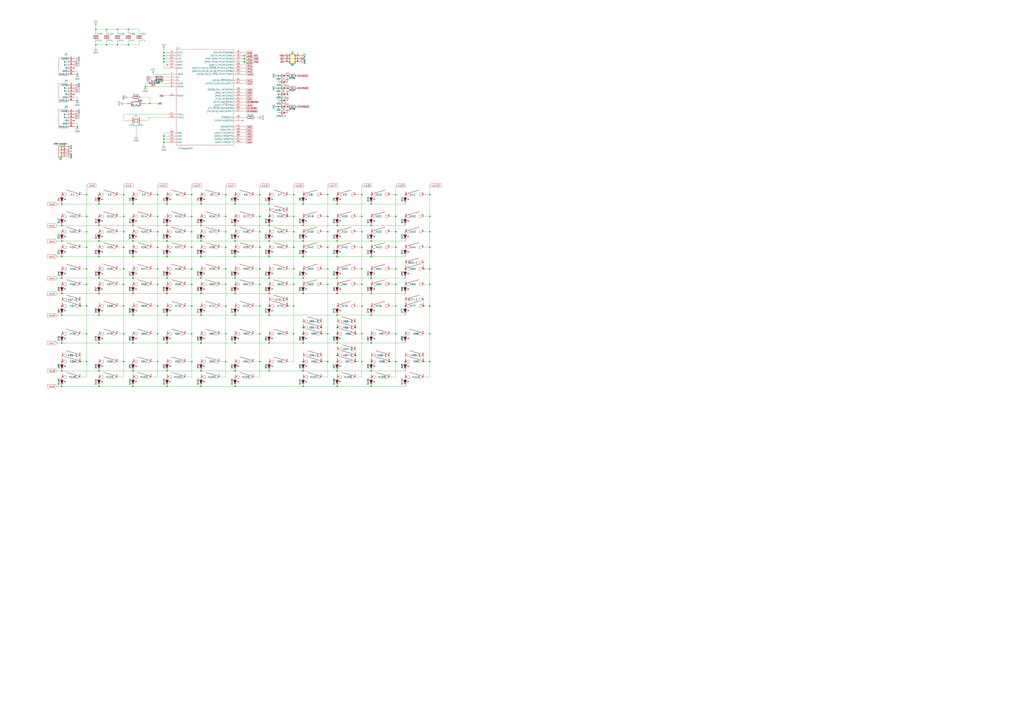
<source format=kicad_sch>
(kicad_sch (version 20230121) (generator eeschema)
  (paper "A1")
  (junction (at 185.42 251.46))
  (junction (at 81.28 210.82))
  (junction (at 63.5 82.55))
  (junction (at 81.28 198.12))
  (junction (at 129.54 177.8))
  (junction (at 105.41 24.13))
  (junction (at 297.18 251.46))
  (junction (at 304.8 259.08))
  (junction (at 241.3 177.8))
  (junction (at 87.63 36.83))
  (junction (at 78.74 36.83))
  (junction (at 50.8 297.18))
  (junction (at 81.28 228.6))
  (junction (at 119.38 71.12))
  (junction (at 165.1 185.42))
  (junction (at 50.8 167.64))
  (junction (at 81.28 281.94))
  (junction (at 276.86 317.5))
  (junction (at 157.48 297.18))
  (junction (at 353.06 274.32))
  (junction (at 134.62 48.26))
  (junction (at 200.66 45.72))
  (junction (at 165.1 241.3))
  (junction (at 101.6 251.46))
  (junction (at 276.86 274.32))
  (junction (at 81.28 167.64))
  (junction (at 236.22 77.47))
  (junction (at 248.92 304.8))
  (junction (at 304.8 317.5))
  (junction (at 220.98 251.46))
  (junction (at 101.6 203.2))
  (junction (at 185.42 220.98))
  (junction (at 241.3 274.32))
  (junction (at 165.1 167.64))
  (junction (at 220.98 241.3))
  (junction (at 157.48 203.2))
  (junction (at 50.8 185.42))
  (junction (at 236.22 87.63))
  (junction (at 276.86 241.3))
  (junction (at 304.8 210.82))
  (junction (at 66.04 297.18))
  (junction (at 50.8 228.6))
  (junction (at 241.3 203.2))
  (junction (at 353.06 233.68))
  (junction (at 297.18 160.02))
  (junction (at 157.48 274.32))
  (junction (at 292.1 297.18))
  (junction (at 276.86 297.18))
  (junction (at 241.3 190.5))
  (junction (at 292.1 274.32))
  (junction (at 248.92 269.24))
  (junction (at 264.16 269.24))
  (junction (at 236.22 62.23))
  (junction (at 248.92 241.3))
  (junction (at 325.12 251.46))
  (junction (at 157.48 177.8))
  (junction (at 50.8 259.08))
  (junction (at 304.8 167.64))
  (junction (at 304.8 198.12))
  (junction (at 137.16 167.64))
  (junction (at 157.48 160.02))
  (junction (at 50.8 210.82))
  (junction (at 50.8 317.5))
  (junction (at 304.8 228.6))
  (junction (at 129.54 190.5))
  (junction (at 109.22 210.82))
  (junction (at 109.22 228.6))
  (junction (at 304.8 281.94))
  (junction (at 157.48 190.5))
  (junction (at 297.18 203.2))
  (junction (at 81.28 259.08))
  (junction (at 81.28 317.5))
  (junction (at 129.54 203.2))
  (junction (at 165.1 210.82))
  (junction (at 157.48 220.98))
  (junction (at 137.16 210.82))
  (junction (at 297.18 233.68))
  (junction (at 304.8 241.3))
  (junction (at 137.16 185.42))
  (junction (at 248.92 297.18))
  (junction (at 134.62 111.76))
  (junction (at 297.18 274.32))
  (junction (at 193.04 281.94))
  (junction (at 276.86 281.94))
  (junction (at 193.04 198.12))
  (junction (at 134.62 114.3))
  (junction (at 185.42 233.68))
  (junction (at 81.28 304.8))
  (junction (at 248.92 167.64))
  (junction (at 332.74 220.98))
  (junction (at 71.12 251.46))
  (junction (at 50.8 281.94))
  (junction (at 96.52 24.13))
  (junction (at 220.98 281.94))
  (junction (at 213.36 160.02))
  (junction (at 101.6 220.98))
  (junction (at 101.6 233.68))
  (junction (at 269.24 160.02))
  (junction (at 347.98 297.18))
  (junction (at 193.04 304.8))
  (junction (at 109.22 259.08))
  (junction (at 134.62 45.72))
  (junction (at 200.66 48.26))
  (junction (at 325.12 233.68))
  (junction (at 81.28 185.42))
  (junction (at 165.1 281.94))
  (junction (at 297.18 220.98))
  (junction (at 101.6 297.18))
  (junction (at 101.6 177.8))
  (junction (at 193.04 210.82))
  (junction (at 71.12 233.68))
  (junction (at 165.1 317.5))
  (junction (at 213.36 177.8))
  (junction (at 304.8 304.8))
  (junction (at 325.12 160.02))
  (junction (at 134.62 43.18))
  (junction (at 332.74 251.46))
  (junction (at 137.16 259.08))
  (junction (at 50.8 251.46))
  (junction (at 236.22 177.8))
  (junction (at 200.66 50.8))
  (junction (at 165.1 304.8))
  (junction (at 332.74 297.18))
  (junction (at 276.86 198.12))
  (junction (at 292.1 269.24))
  (junction (at 193.04 259.08))
  (junction (at 109.22 241.3))
  (junction (at 193.04 317.5))
  (junction (at 185.42 274.32))
  (junction (at 134.62 116.84))
  (junction (at 50.8 241.3))
  (junction (at 325.12 203.2))
  (junction (at 269.24 233.68))
  (junction (at 185.42 297.18))
  (junction (at 193.04 185.42))
  (junction (at 269.24 177.8))
  (junction (at 165.1 259.08))
  (junction (at 248.92 281.94))
  (junction (at 109.22 304.8))
  (junction (at 165.1 228.6))
  (junction (at 304.8 185.42))
  (junction (at 220.98 198.12))
  (junction (at 105.41 36.83))
  (junction (at 292.1 292.1))
  (junction (at 165.1 198.12))
  (junction (at 236.22 72.39))
  (junction (at 236.22 251.46))
  (junction (at 276.86 259.08))
  (junction (at 101.6 190.5))
  (junction (at 248.92 228.6))
  (junction (at 248.92 185.42))
  (junction (at 220.98 210.82))
  (junction (at 129.54 251.46))
  (junction (at 228.6 87.63))
  (junction (at 220.98 185.42))
  (junction (at 71.12 297.18))
  (junction (at 96.52 36.83))
  (junction (at 276.86 292.1))
  (junction (at 137.16 241.3))
  (junction (at 353.06 160.02))
  (junction (at 213.36 220.98))
  (junction (at 220.98 177.8))
  (junction (at 269.24 220.98))
  (junction (at 50.8 198.12))
  (junction (at 185.42 203.2))
  (junction (at 228.6 72.39))
  (junction (at 220.98 167.64))
  (junction (at 193.04 241.3))
  (junction (at 213.36 203.2))
  (junction (at 129.54 220.98))
  (junction (at 109.22 198.12))
  (junction (at 157.48 233.68))
  (junction (at 325.12 177.8))
  (junction (at 276.86 304.8))
  (junction (at 50.8 304.8))
  (junction (at 248.92 210.82))
  (junction (at 213.36 190.5))
  (junction (at 220.98 304.8))
  (junction (at 228.6 62.23))
  (junction (at 71.12 274.32))
  (junction (at 71.12 220.98))
  (junction (at 269.24 297.18))
  (junction (at 213.36 233.68))
  (junction (at 66.04 251.46))
  (junction (at 129.54 233.68))
  (junction (at 78.74 24.13))
  (junction (at 347.98 220.98))
  (junction (at 241.3 220.98))
  (junction (at 241.3 233.68))
  (junction (at 129.54 274.32))
  (junction (at 353.06 190.5))
  (junction (at 264.16 297.18))
  (junction (at 304.8 297.18))
  (junction (at 325.12 274.32))
  (junction (at 276.86 185.42))
  (junction (at 87.63 24.13))
  (junction (at 347.98 251.46))
  (junction (at 325.12 190.5))
  (junction (at 353.06 297.18))
  (junction (at 185.42 190.5))
  (junction (at 137.16 304.8))
  (junction (at 228.6 77.47))
  (junction (at 269.24 203.2))
  (junction (at 185.42 160.02))
  (junction (at 297.18 297.18))
  (junction (at 297.18 190.5))
  (junction (at 213.36 297.18))
  (junction (at 71.12 160.02))
  (junction (at 193.04 167.64))
  (junction (at 137.16 198.12))
  (junction (at 276.86 228.6))
  (junction (at 248.92 274.32))
  (junction (at 109.22 185.42))
  (junction (at 63.5 60.96))
  (junction (at 353.06 251.46))
  (junction (at 109.22 167.64))
  (junction (at 264.16 274.32))
  (junction (at 109.22 317.5))
  (junction (at 71.12 190.5))
  (junction (at 123.19 85.09))
  (junction (at 241.3 251.46))
  (junction (at 325.12 220.98))
  (junction (at 213.36 274.32))
  (junction (at 248.92 317.5))
  (junction (at 81.28 241.3))
  (junction (at 109.22 281.94))
  (junction (at 101.6 274.32))
  (junction (at 353.06 203.2))
  (junction (at 276.86 269.24))
  (junction (at 134.62 50.8))
  (junction (at 276.86 210.82))
  (junction (at 297.18 177.8))
  (junction (at 137.16 228.6))
  (junction (at 71.12 177.8))
  (junction (at 353.06 177.8))
  (junction (at 193.04 228.6))
  (junction (at 213.36 251.46))
  (junction (at 63.5 104.14))
  (junction (at 325.12 297.18))
  (junction (at 269.24 274.32))
  (junction (at 248.92 198.12))
  (junction (at 276.86 167.64))
  (junction (at 220.98 228.6))
  (junction (at 101.6 160.02))
  (junction (at 353.06 220.98))
  (junction (at 220.98 259.08))
  (junction (at 71.12 203.2))
  (junction (at 157.48 251.46))
  (junction (at 185.42 177.8))
  (junction (at 137.16 281.94))
  (junction (at 269.24 190.5))
  (junction (at 320.04 297.18))
  (junction (at 137.16 317.5))
  (junction (at 129.54 160.02))
  (junction (at 241.3 160.02))
  (junction (at 129.54 297.18))
  (no_connect (at 60.96 99.06))
  (no_connect (at 60.96 77.47))
  (no_connect (at 199.39 99.06))
  (no_connect (at 137.16 53.34))
  (no_connect (at 60.96 55.88))
  (wire (pts (xy 347.98 251.46) (xy 353.06 251.46)))
  (wire (pts (xy 137.16 259.08) (xy 109.22 259.08)))
  (wire (pts (xy 264.16 274.32) (xy 269.24 274.32)))
  (wire (pts (xy 109.22 281.94) (xy 137.16 281.94)))
  (wire (pts (xy 199.39 104.14) (xy 201.93 104.14)))
  (wire (pts (xy 124.46 309.88) (xy 129.54 309.88)))
  (wire (pts (xy 304.8 198.12) (xy 332.74 198.12)))
  (wire (pts (xy 96.52 160.02) (xy 101.6 160.02)))
  (wire (pts (xy 50.8 259.08) (xy 46.99 259.08)))
  (wire (pts (xy 241.3 233.68) (xy 241.3 251.46)))
  (wire (pts (xy 213.36 297.18) (xy 213.36 309.88)))
  (wire (pts (xy 193.04 304.8) (xy 220.98 304.8)))
  (wire (pts (xy 199.39 88.9) (xy 201.93 88.9)))
  (wire (pts (xy 165.1 259.08) (xy 137.16 259.08)))
  (wire (pts (xy 248.92 304.8) (xy 276.86 304.8)))
  (wire (pts (xy 66.04 203.2) (xy 71.12 203.2)))
  (wire (pts (xy 81.28 259.08) (xy 50.8 259.08)))
  (wire (pts (xy 276.86 281.94) (xy 304.8 281.94)))
  (wire (pts (xy 81.28 198.12) (xy 109.22 198.12)))
  (wire (pts (xy 66.04 309.88) (xy 71.12 309.88)))
  (wire (pts (xy 193.04 281.94) (xy 220.98 281.94)))
  (wire (pts (xy 87.63 36.83) (xy 96.52 36.83)))
  (wire (pts (xy 320.04 292.1) (xy 320.04 297.18)))
  (wire (pts (xy 292.1 297.18) (xy 292.1 292.1)))
  (wire (pts (xy 353.06 297.18) (xy 353.06 309.88)))
  (wire (pts (xy 332.74 241.3) (xy 304.8 241.3)))
  (wire (pts (xy 199.39 43.18) (xy 201.93 43.18)))
  (wire (pts (xy 347.98 246.38) (xy 347.98 251.46)))
  (wire (pts (xy 180.34 220.98) (xy 185.42 220.98)))
  (wire (pts (xy 137.16 43.18) (xy 134.62 43.18)))
  (wire (pts (xy 109.22 198.12) (xy 137.16 198.12)))
  (wire (pts (xy 101.6 233.68) (xy 101.6 251.46)))
  (wire (pts (xy 50.8 292.1) (xy 50.8 297.18)))
  (wire (pts (xy 119.38 71.12) (xy 137.16 71.12)))
  (wire (pts (xy 236.22 190.5) (xy 241.3 190.5)))
  (wire (pts (xy 165.1 228.6) (xy 193.04 228.6)))
  (wire (pts (xy 134.62 114.3) (xy 134.62 116.84)))
  (wire (pts (xy 81.28 317.5) (xy 50.8 317.5)))
  (wire (pts (xy 213.36 177.8) (xy 213.36 190.5)))
  (wire (pts (xy 78.74 21.59) (xy 78.74 24.13)))
  (wire (pts (xy 292.1 220.98) (xy 297.18 220.98)))
  (wire (pts (xy 66.04 251.46) (xy 71.12 251.46)))
  (wire (pts (xy 165.1 185.42) (xy 137.16 185.42)))
  (wire (pts (xy 78.74 36.83) (xy 78.74 39.37)))
  (wire (pts (xy 152.4 190.5) (xy 157.48 190.5)))
  (wire (pts (xy 96.52 297.18) (xy 101.6 297.18)))
  (wire (pts (xy 199.39 81.28) (xy 201.93 81.28)))
  (wire (pts (xy 276.86 317.5) (xy 304.8 317.5)))
  (wire (pts (xy 248.92 292.1) (xy 248.92 297.18)))
  (wire (pts (xy 320.04 203.2) (xy 325.12 203.2)))
  (wire (pts (xy 269.24 220.98) (xy 269.24 233.68)))
  (wire (pts (xy 199.39 111.76) (xy 201.93 111.76)))
  (wire (pts (xy 180.34 203.2) (xy 185.42 203.2)))
  (wire (pts (xy 304.8 241.3) (xy 276.86 241.3)))
  (wire (pts (xy 292.1 274.32) (xy 292.1 269.24)))
  (wire (pts (xy 269.24 203.2) (xy 269.24 220.98)))
  (wire (pts (xy 347.98 177.8) (xy 353.06 177.8)))
  (wire (pts (xy 157.48 297.18) (xy 157.48 309.88)))
  (wire (pts (xy 105.41 36.83) (xy 105.41 34.29)))
  (wire (pts (xy 347.98 160.02) (xy 353.06 160.02)))
  (wire (pts (xy 304.8 304.8) (xy 332.74 304.8)))
  (wire (pts (xy 87.63 34.29) (xy 87.63 36.83)))
  (wire (pts (xy 304.8 167.64) (xy 276.86 167.64)))
  (wire (pts (xy 137.16 109.22) (xy 134.62 109.22)))
  (wire (pts (xy 276.86 210.82) (xy 248.92 210.82)))
  (wire (pts (xy 114.3 24.13) (xy 114.3 26.67)))
  (wire (pts (xy 199.39 55.88) (xy 201.93 55.88)))
  (wire (pts (xy 134.62 50.8) (xy 134.62 55.88)))
  (wire (pts (xy 353.06 233.68) (xy 353.06 251.46)))
  (wire (pts (xy 157.48 274.32) (xy 157.48 297.18)))
  (wire (pts (xy 292.1 269.24) (xy 292.1 264.16)))
  (wire (pts (xy 109.22 228.6) (xy 137.16 228.6)))
  (wire (pts (xy 200.66 48.26) (xy 200.66 49.53)))
  (wire (pts (xy 213.36 220.98) (xy 213.36 233.68)))
  (wire (pts (xy 157.48 160.02) (xy 157.48 177.8)))
  (wire (pts (xy 264.16 297.18) (xy 269.24 297.18)))
  (wire (pts (xy 201.93 106.68) (xy 199.39 106.68)))
  (wire (pts (xy 81.28 185.42) (xy 50.8 185.42)))
  (wire (pts (xy 119.38 68.58) (xy 121.92 68.58)))
  (wire (pts (xy 71.12 190.5) (xy 71.12 203.2)))
  (wire (pts (xy 269.24 160.02) (xy 269.24 152.4)))
  (wire (pts (xy 332.74 259.08) (xy 304.8 259.08)))
  (wire (pts (xy 78.74 24.13) (xy 87.63 24.13)))
  (wire (pts (xy 109.22 304.8) (xy 137.16 304.8)))
  (wire (pts (xy 199.39 58.42) (xy 201.93 58.42)))
  (wire (pts (xy 101.6 93.98) (xy 137.16 93.98)))
  (wire (pts (xy 81.28 228.6) (xy 109.22 228.6)))
  (wire (pts (xy 152.4 297.18) (xy 157.48 297.18)))
  (wire (pts (xy 200.66 49.53) (xy 208.28 49.53)))
  (wire (pts (xy 66.04 220.98) (xy 71.12 220.98)))
  (wire (pts (xy 152.4 203.2) (xy 157.48 203.2)))
  (wire (pts (xy 208.28 203.2) (xy 213.36 203.2)))
  (wire (pts (xy 129.54 297.18) (xy 129.54 309.88)))
  (wire (pts (xy 220.98 281.94) (xy 248.92 281.94)))
  (wire (pts (xy 109.22 210.82) (xy 81.28 210.82)))
  (wire (pts (xy 201.93 50.8) (xy 200.66 50.8)))
  (wire (pts (xy 50.8 304.8) (xy 46.99 304.8)))
  (wire (pts (xy 60.96 101.6) (xy 63.5 101.6)))
  (wire (pts (xy 129.54 68.58) (xy 137.16 68.58)))
  (wire (pts (xy 137.16 48.26) (xy 134.62 48.26)))
  (wire (pts (xy 109.22 259.08) (xy 81.28 259.08)))
  (wire (pts (xy 241.3 160.02) (xy 241.3 177.8)))
  (wire (pts (xy 129.54 160.02) (xy 129.54 177.8)))
  (wire (pts (xy 66.04 274.32) (xy 71.12 274.32)))
  (wire (pts (xy 119.38 85.09) (xy 123.19 85.09)))
  (wire (pts (xy 228.6 82.55) (xy 228.6 77.47)))
  (wire (pts (xy 123.19 80.01) (xy 123.19 85.09)))
  (wire (pts (xy 180.34 160.02) (xy 185.42 160.02)))
  (wire (pts (xy 105.41 24.13) (xy 114.3 24.13)))
  (wire (pts (xy 200.66 48.26) (xy 199.39 48.26)))
  (wire (pts (xy 199.39 116.84) (xy 201.93 116.84)))
  (wire (pts (xy 276.86 264.16) (xy 276.86 269.24)))
  (wire (pts (xy 248.92 167.64) (xy 220.98 167.64)))
  (wire (pts (xy 297.18 160.02) (xy 297.18 177.8)))
  (wire (pts (xy 101.6 152.4) (xy 101.6 160.02)))
  (wire (pts (xy 325.12 220.98) (xy 325.12 233.68)))
  (wire (pts (xy 269.24 297.18) (xy 269.24 309.88)))
  (wire (pts (xy 71.12 274.32) (xy 71.12 297.18)))
  (wire (pts (xy 297.18 274.32) (xy 297.18 297.18)))
  (wire (pts (xy 134.62 109.22) (xy 134.62 111.76)))
  (wire (pts (xy 124.46 233.68) (xy 129.54 233.68)))
  (wire (pts (xy 134.62 78.74) (xy 137.16 78.74)))
  (wire (pts (xy 66.04 177.8) (xy 71.12 177.8)))
  (wire (pts (xy 353.06 220.98) (xy 353.06 233.68)))
  (wire (pts (xy 292.1 177.8) (xy 297.18 177.8)))
  (wire (pts (xy 78.74 24.13) (xy 78.74 26.67)))
  (wire (pts (xy 165.1 198.12) (xy 193.04 198.12)))
  (wire (pts (xy 320.04 233.68) (xy 325.12 233.68)))
  (wire (pts (xy 157.48 233.68) (xy 157.48 251.46)))
  (wire (pts (xy 137.16 167.64) (xy 109.22 167.64)))
  (wire (pts (xy 101.6 203.2) (xy 101.6 220.98)))
  (wire (pts (xy 101.6 160.02) (xy 101.6 177.8)))
  (wire (pts (xy 208.28 177.8) (xy 213.36 177.8)))
  (wire (pts (xy 208.28 309.88) (xy 213.36 309.88)))
  (wire (pts (xy 347.98 215.9) (xy 347.98 220.98)))
  (wire (pts (xy 332.74 292.1) (xy 332.74 297.18)))
  (wire (pts (xy 180.34 251.46) (xy 185.42 251.46)))
  (wire (pts (xy 50.8 185.42) (xy 46.99 185.42)))
  (wire (pts (xy 347.98 274.32) (xy 353.06 274.32)))
  (wire (pts (xy 104.14 85.09) (xy 101.6 85.09)))
  (wire (pts (xy 50.8 304.8) (xy 81.28 304.8)))
  (wire (pts (xy 50.8 167.64) (xy 46.99 167.64)))
  (wire (pts (xy 199.39 66.04) (xy 201.93 66.04)))
  (wire (pts (xy 199.39 76.2) (xy 201.93 76.2)))
  (wire (pts (xy 236.22 220.98) (xy 241.3 220.98)))
  (wire (pts (xy 213.36 203.2) (xy 213.36 220.98)))
  (wire (pts (xy 157.48 251.46) (xy 157.48 274.32)))
  (wire (pts (xy 332.74 317.5) (xy 304.8 317.5)))
  (wire (pts (xy 129.54 251.46) (xy 129.54 274.32)))
  (wire (pts (xy 180.34 274.32) (xy 185.42 274.32)))
  (wire (pts (xy 125.73 60.96) (xy 137.16 60.96)))
  (wire (pts (xy 276.86 292.1) (xy 276.86 297.18)))
  (wire (pts (xy 241.3 251.46) (xy 241.3 274.32)))
  (wire (pts (xy 236.22 297.18) (xy 241.3 297.18)))
  (wire (pts (xy 109.22 241.3) (xy 81.28 241.3)))
  (wire (pts (xy 152.4 251.46) (xy 157.48 251.46)))
  (wire (pts (xy 124.46 63.5) (xy 127 63.5)))
  (wire (pts (xy 157.48 190.5) (xy 157.48 203.2)))
  (wire (pts (xy 236.22 82.55) (xy 236.22 77.47)))
  (wire (pts (xy 60.96 82.55) (xy 63.5 82.55)))
  (wire (pts (xy 105.41 80.01) (xy 107.95 80.01)))
  (wire (pts (xy 193.04 241.3) (xy 165.1 241.3)))
  (wire (pts (xy 134.62 114.3) (xy 137.16 114.3)))
  (wire (pts (xy 87.63 24.13) (xy 96.52 24.13)))
  (wire (pts (xy 304.8 228.6) (xy 332.74 228.6)))
  (wire (pts (xy 81.28 304.8) (xy 109.22 304.8)))
  (wire (pts (xy 81.28 281.94) (xy 109.22 281.94)))
  (wire (pts (xy 209.55 96.52) (xy 212.09 96.52)))
  (wire (pts (xy 241.3 203.2) (xy 241.3 220.98)))
  (wire (pts (xy 236.22 172.72) (xy 236.22 177.8)))
  (wire (pts (xy 124.46 220.98) (xy 129.54 220.98)))
  (wire (pts (xy 248.92 198.12) (xy 276.86 198.12)))
  (wire (pts (xy 320.04 190.5) (xy 325.12 190.5)))
  (wire (pts (xy 208.28 46.99) (xy 208.28 45.72)))
  (wire (pts (xy 269.24 274.32) (xy 269.24 297.18)))
  (wire (pts (xy 104.14 99.06) (xy 101.6 99.06)))
  (wire (pts (xy 208.28 220.98) (xy 213.36 220.98)))
  (wire (pts (xy 66.04 297.18) (xy 71.12 297.18)))
  (wire (pts (xy 332.74 210.82) (xy 304.8 210.82)))
  (wire (pts (xy 236.22 233.68) (xy 241.3 233.68)))
  (wire (pts (xy 236.22 203.2) (xy 241.3 203.2)))
  (wire (pts (xy 213.36 251.46) (xy 213.36 274.32)))
  (wire (pts (xy 50.8 198.12) (xy 46.99 198.12)))
  (wire (pts (xy 50.8 281.94) (xy 81.28 281.94)))
  (wire (pts (xy 71.12 152.4) (xy 71.12 160.02)))
  (wire (pts (xy 66.04 160.02) (xy 71.12 160.02)))
  (wire (pts (xy 137.16 66.04) (xy 134.62 66.04)))
  (wire (pts (xy 96.52 24.13) (xy 96.52 26.67)))
  (wire (pts (xy 71.12 233.68) (xy 71.12 251.46)))
  (wire (pts (xy 304.8 185.42) (xy 276.86 185.42)))
  (wire (pts (xy 297.18 220.98) (xy 297.18 233.68)))
  (wire (pts (xy 129.54 233.68) (xy 129.54 251.46)))
  (wire (pts (xy 208.28 274.32) (xy 213.36 274.32)))
  (wire (pts (xy 220.98 259.08) (xy 276.86 259.08)))
  (wire (pts (xy 269.24 233.68) (xy 269.24 274.32)))
  (wire (pts (xy 71.12 160.02) (xy 71.12 177.8)))
  (wire (pts (xy 121.92 99.06) (xy 119.38 99.06)))
  (wire (pts (xy 208.28 46.99) (xy 200.66 46.99)))
  (wire (pts (xy 109.22 167.64) (xy 81.28 167.64)))
  (wire (pts (xy 220.98 241.3) (xy 193.04 241.3)))
  (wire (pts (xy 353.06 203.2) (xy 353.06 220.98)))
  (wire (pts (xy 325.12 297.18) (xy 325.12 309.88)))
  (wire (pts (xy 213.36 160.02) (xy 213.36 177.8)))
  (wire (pts (xy 276.86 304.8) (xy 304.8 304.8)))
  (wire (pts (xy 134.62 111.76) (xy 137.16 111.76)))
  (wire (pts (xy 193.04 317.5) (xy 165.1 317.5)))
  (wire (pts (xy 180.34 309.88) (xy 185.42 309.88)))
  (wire (pts (xy 71.12 220.98) (xy 71.12 233.68)))
  (wire (pts (xy 50.8 198.12) (xy 81.28 198.12)))
  (wire (pts (xy 63.5 101.6) (xy 63.5 104.14)))
  (wire (pts (xy 220.98 185.42) (xy 193.04 185.42)))
  (wire (pts (xy 236.22 92.71) (xy 236.22 87.63)))
  (wire (pts (xy 264.16 274.32) (xy 264.16 269.24)))
  (wire (pts (xy 292.1 297.18) (xy 297.18 297.18)))
  (wire (pts (xy 60.96 80.01) (xy 63.5 80.01)))
  (wire (pts (xy 50.8 228.6) (xy 46.99 228.6)))
  (wire (pts (xy 248.92 269.24) (xy 248.92 274.32)))
  (wire (pts (xy 66.04 246.38) (xy 66.04 251.46)))
  (wire (pts (xy 124.46 274.32) (xy 129.54 274.32)))
  (wire (pts (xy 325.12 274.32) (xy 325.12 297.18)))
  (wire (pts (xy 248.92 241.3) (xy 220.98 241.3)))
  (wire (pts (xy 269.24 190.5) (xy 269.24 203.2)))
  (wire (pts (xy 185.42 220.98) (xy 185.42 233.68)))
  (wire (pts (xy 81.28 167.64) (xy 50.8 167.64)))
  (wire (pts (xy 208.28 190.5) (xy 213.36 190.5)))
  (wire (pts (xy 269.24 177.8) (xy 269.24 190.5)))
  (wire (pts (xy 165.1 167.64) (xy 137.16 167.64)))
  (wire (pts (xy 101.6 177.8) (xy 101.6 190.5)))
  (wire (pts (xy 292.1 274.32) (xy 297.18 274.32)))
  (wire (pts (xy 292.1 309.88) (xy 297.18 309.88)))
  (wire (pts (xy 241.3 220.98) (xy 241.3 233.68)))
  (wire (pts (xy 96.52 274.32) (xy 101.6 274.32)))
  (wire (pts (xy 241.3 160.02) (xy 241.3 152.4)))
  (wire (pts (xy 157.48 160.02) (xy 157.48 152.4)))
  (wire (pts (xy 264.16 233.68) (xy 269.24 233.68)))
  (wire (pts (xy 220.98 304.8) (xy 248.92 304.8)))
  (wire (pts (xy 78.74 36.83) (xy 87.63 36.83)))
  (wire (pts (xy 185.42 177.8) (xy 185.42 190.5)))
  (wire (pts (xy 199.39 60.96) (xy 201.93 60.96)))
  (wire (pts (xy 236.22 251.46) (xy 241.3 251.46)))
  (wire (pts (xy 276.86 167.64) (xy 248.92 167.64)))
  (wire (pts (xy 124.46 297.18) (xy 129.54 297.18)))
  (wire (pts (xy 208.28 297.18) (xy 213.36 297.18)))
  (wire (pts (xy 137.16 210.82) (xy 109.22 210.82)))
  (wire (pts (xy 292.1 251.46) (xy 297.18 251.46)))
  (wire (pts (xy 264.16 177.8) (xy 269.24 177.8)))
  (wire (pts (xy 119.38 68.58) (xy 119.38 71.12)))
  (wire (pts (xy 325.12 203.2) (xy 325.12 220.98)))
  (wire (pts (xy 137.16 96.52) (xy 121.92 96.52)))
  (wire (pts (xy 264.16 292.1) (xy 264.16 297.18)))
  (wire (pts (xy 220.98 198.12) (xy 248.92 198.12)))
  (wire (pts (xy 66.04 190.5) (xy 71.12 190.5)))
  (wire (pts (xy 137.16 317.5) (xy 109.22 317.5)))
  (wire (pts (xy 200.66 50.8) (xy 200.66 52.07)))
  (wire (pts (xy 208.28 160.02) (xy 213.36 160.02)))
  (wire (pts (xy 96.52 24.13) (xy 105.41 24.13)))
  (wire (pts (xy 101.6 190.5) (xy 101.6 203.2)))
  (wire (pts (xy 297.18 297.18) (xy 297.18 309.88)))
  (wire (pts (xy 201.93 96.52) (xy 199.39 96.52)))
  (wire (pts (xy 213.36 274.32) (xy 213.36 297.18)))
  (wire (pts (xy 101.6 93.98) (xy 101.6 99.06)))
  (wire (pts (xy 124.46 251.46) (xy 129.54 251.46)))
  (wire (pts (xy 185.42 190.5) (xy 185.42 203.2)))
  (wire (pts (xy 264.16 220.98) (xy 269.24 220.98)))
  (wire (pts (xy 78.74 34.29) (xy 78.74 36.83)))
  (wire (pts (xy 185.42 274.32) (xy 185.42 297.18)))
  (wire (pts (xy 201.93 48.26) (xy 200.66 48.26)))
  (wire (pts (xy 208.28 233.68) (xy 213.36 233.68)))
  (wire (pts (xy 193.04 210.82) (xy 165.1 210.82)))
  (wire (pts (xy 96.52 251.46) (xy 101.6 251.46)))
  (wire (pts (xy 165.1 304.8) (xy 193.04 304.8)))
  (wire (pts (xy 123.19 85.09) (xy 129.54 85.09)))
  (wire (pts (xy 96.52 203.2) (xy 101.6 203.2)))
  (wire (pts (xy 152.4 309.88) (xy 157.48 309.88)))
  (wire (pts (xy 129.54 160.02) (xy 129.54 152.4)))
  (wire (pts (xy 71.12 251.46) (xy 71.12 274.32)))
  (wire (pts (xy 213.36 190.5) (xy 213.36 203.2)))
  (wire (pts (xy 200.66 52.07) (xy 208.28 52.07)))
  (wire (pts (xy 320.04 251.46) (xy 325.12 251.46)))
  (wire (pts (xy 96.52 220.98) (xy 101.6 220.98)))
  (wire (pts (xy 292.1 160.02) (xy 297.18 160.02)))
  (wire (pts (xy 109.22 185.42) (xy 81.28 185.42)))
  (wire (pts (xy 193.04 259.08) (xy 165.1 259.08)))
  (wire (pts (xy 193.04 228.6) (xy 220.98 228.6)))
  (wire (pts (xy 124.46 160.02) (xy 129.54 160.02)))
  (wire (pts (xy 325.12 160.02) (xy 325.12 152.4)))
  (wire (pts (xy 185.42 160.02) (xy 185.42 177.8)))
  (wire (pts (xy 81.28 210.82) (xy 50.8 210.82)))
  (wire (pts (xy 276.86 287.02) (xy 276.86 292.1)))
  (wire (pts (xy 264.16 309.88) (xy 269.24 309.88)))
  (wire (pts (xy 241.3 190.5) (xy 241.3 203.2)))
  (wire (pts (xy 304.8 210.82) (xy 276.86 210.82)))
  (wire (pts (xy 292.1 233.68) (xy 297.18 233.68)))
  (wire (pts (xy 325.12 160.02) (xy 325.12 177.8)))
  (wire (pts (xy 185.42 233.68) (xy 185.42 251.46)))
  (wire (pts (xy 353.06 190.5) (xy 353.06 203.2)))
  (wire (pts (xy 241.3 177.8) (xy 241.3 190.5)))
  (wire (pts (xy 71.12 297.18) (xy 71.12 309.88)))
  (wire (pts (xy 137.16 50.8) (xy 134.62 50.8)))
  (wire (pts (xy 152.4 274.32) (xy 157.48 274.32)))
  (wire (pts (xy 137.16 304.8) (xy 165.1 304.8)))
  (wire (pts (xy 236.22 160.02) (xy 241.3 160.02)))
  (wire (pts (xy 208.28 52.07) (xy 208.28 50.8)))
  (wire (pts (xy 134.62 55.88) (xy 137.16 55.88)))
  (wire (pts (xy 185.42 251.46) (xy 185.42 274.32)))
  (wire (pts (xy 264.16 203.2) (xy 269.24 203.2)))
  (wire (pts (xy 236.22 177.8) (xy 241.3 177.8)))
  (wire (pts (xy 353.06 160.02) (xy 353.06 152.4)))
  (wire (pts (xy 96.52 233.68) (xy 101.6 233.68)))
  (wire (pts (xy 320.04 160.02) (xy 325.12 160.02)))
  (wire (pts (xy 199.39 114.3) (xy 201.93 114.3)))
  (wire (pts (xy 213.36 233.68) (xy 213.36 251.46)))
  (wire (pts (xy 236.22 77.47) (xy 236.22 72.39)))
  (wire (pts (xy 109.22 317.5) (xy 81.28 317.5)))
  (wire (pts (xy 60.96 60.96) (xy 63.5 60.96)))
  (wire (pts (xy 137.16 241.3) (xy 109.22 241.3)))
  (wire (pts (xy 325.12 251.46) (xy 325.12 274.32)))
  (wire (pts (xy 180.34 297.18) (xy 185.42 297.18)))
  (wire (pts (xy 50.8 281.94) (xy 46.99 281.94)))
  (wire (pts (xy 297.18 203.2) (xy 297.18 220.98)))
  (wire (pts (xy 304.8 292.1) (xy 304.8 297.18)))
  (wire (pts (xy 60.96 58.42) (xy 63.5 58.42)))
  (wire (pts (xy 220.98 167.64) (xy 193.04 167.64)))
  (wire (pts (xy 180.34 177.8) (xy 185.42 177.8)))
  (wire (pts (xy 134.62 45.72) (xy 134.62 48.26)))
  (wire (pts (xy 297.18 233.68) (xy 297.18 251.46)))
  (wire (pts (xy 185.42 297.18) (xy 185.42 309.88)))
  (wire (pts (xy 71.12 203.2) (xy 71.12 220.98)))
  (wire (pts (xy 199.39 68.58) (xy 201.93 68.58)))
  (wire (pts (xy 137.16 185.42) (xy 109.22 185.42)))
  (wire (pts (xy 137.16 116.84) (xy 134.62 116.84)))
  (wire (pts (xy 66.04 233.68) (xy 71.12 233.68)))
  (wire (pts (xy 124.46 190.5) (xy 129.54 190.5)))
  (wire (pts (xy 332.74 215.9) (xy 332.74 220.98)))
  (wire (pts (xy 66.04 292.1) (xy 66.04 297.18)))
  (wire (pts (xy 220.98 228.6) (xy 248.92 228.6)))
  (wire (pts (xy 129.54 190.5) (xy 129.54 203.2)))
  (wire (pts (xy 165.1 241.3) (xy 137.16 241.3)))
  (wire (pts (xy 297.18 251.46) (xy 297.18 274.32)))
  (wire (pts (xy 152.4 160.02) (xy 157.48 160.02)))
  (wire (pts (xy 199.39 86.36) (xy 201.93 86.36)))
  (wire (pts (xy 276.86 185.42) (xy 248.92 185.42)))
  (wire (pts (xy 220.98 246.38) (xy 220.98 251.46)))
  (wire (pts (xy 193.04 167.64) (xy 165.1 167.64)))
  (wire (pts (xy 276.86 269.24) (xy 276.86 274.32)))
  (wire (pts (xy 220.98 210.82) (xy 193.04 210.82)))
  (wire (pts (xy 165.1 210.82) (xy 137.16 210.82)))
  (wire (pts (xy 180.34 233.68) (xy 185.42 233.68)))
  (wire (pts (xy 248.92 228.6) (xy 276.86 228.6)))
  (wire (pts (xy 129.54 177.8) (xy 129.54 190.5)))
  (wire (pts (xy 276.86 198.12) (xy 304.8 198.12)))
  (wire (pts (xy 201.93 53.34) (xy 199.39 53.34)))
  (wire (pts (xy 193.04 317.5) (xy 248.92 317.5)))
  (wire (pts (xy 137.16 228.6) (xy 165.1 228.6)))
  (wire (pts (xy 292.1 292.1) (xy 292.1 287.02)))
  (wire (pts (xy 134.62 48.26) (xy 134.62 50.8)))
  (wire (pts (xy 134.62 63.5) (xy 137.16 63.5)))
  (wire (pts (xy 165.1 317.5) (xy 137.16 317.5)))
  (wire (pts (xy 248.92 281.94) (xy 276.86 281.94)))
  (wire (pts (xy 101.6 297.18) (xy 101.6 309.88)))
  (wire (pts (xy 134.62 43.18) (xy 134.62 45.72)))
  (wire (pts (xy 201.93 45.72) (xy 200.66 45.72)))
  (wire (pts (xy 129.54 274.32) (xy 129.54 297.18)))
  (wire (pts (xy 304.8 259.08) (xy 276.86 259.08)))
  (wire (pts (xy 264.16 160.02) (xy 269.24 160.02)))
  (wire (pts (xy 101.6 274.32) (xy 101.6 297.18)))
  (wire (pts (xy 87.63 24.13) (xy 87.63 26.67)))
  (wire (pts (xy 96.52 309.88) (xy 101.6 309.88)))
  (wire (pts (xy 134.62 116.84) (xy 134.62 119.38)))
  (wire (pts (xy 157.48 203.2) (xy 157.48 220.98)))
  (wire (pts (xy 248.92 264.16) (xy 248.92 269.24)))
  (wire (pts (xy 96.52 36.83) (xy 96.52 34.29)))
  (wire (pts (xy 236.22 274.32) (xy 241.3 274.32)))
  (wire (pts (xy 96.52 177.8) (xy 101.6 177.8)))
  (wire (pts (xy 208.28 49.53) (xy 208.28 48.26)))
  (wire (pts (xy 137.16 198.12) (xy 165.1 198.12)))
  (wire (pts (xy 50.8 228.6) (xy 81.28 228.6)))
  (wire (pts (xy 50.8 241.3) (xy 46.99 241.3)))
  (wire (pts (xy 152.4 233.68) (xy 157.48 233.68)))
  (wire (pts (xy 332.74 167.64) (xy 304.8 167.64)))
  (wire (pts (xy 152.4 177.8) (xy 157.48 177.8)))
  (wire (pts (xy 199.39 109.22) (xy 201.93 109.22)))
  (wire (pts (xy 200.66 45.72) (xy 199.39 45.72)))
  (wire (pts (xy 115.57 80.01) (xy 123.19 80.01)))
  (wire (pts (xy 347.98 297.18) (xy 353.06 297.18)))
  (wire (pts (xy 111.76 104.14) (xy 111.76 111.76)))
  (wire (pts (xy 264.16 269.24) (xy 264.16 264.16)))
  (wire (pts (xy 220.98 172.72) (xy 220.98 177.8)))
  (wire (pts (xy 325.12 190.5) (xy 325.12 203.2)))
  (wire (pts (xy 332.74 246.38) (xy 332.74 251.46)))
  (wire (pts (xy 347.98 309.88) (xy 353.06 309.88)))
  (wire (pts (xy 320.04 274.32) (xy 325.12 274.32)))
  (wire (pts (xy 105.41 24.13) (xy 105.41 26.67)))
  (wire (pts (xy 276.86 228.6) (xy 304.8 228.6)))
  (wire (pts (xy 157.48 177.8) (xy 157.48 190.5)))
  (wire (pts (xy 71.12 177.8) (xy 71.12 190.5)))
  (wire (pts (xy 50.8 317.5) (xy 46.99 317.5)))
  (wire (pts (xy 124.46 66.04) (xy 127 66.04)))
  (wire (pts (xy 292.1 203.2) (xy 297.18 203.2)))
  (wire (pts (xy 320.04 297.18) (xy 325.12 297.18)))
  (wire (pts (xy 199.39 83.82) (xy 201.93 83.82)))
  (wire (pts (xy 101.6 251.46) (xy 101.6 274.32)))
  (wire (pts (xy 297.18 190.5) (xy 297.18 203.2)))
  (wire (pts (xy 185.42 203.2) (xy 185.42 220.98)))
  (wire (pts (xy 320.04 309.88) (xy 325.12 309.88)))
  (wire (pts (xy 248.92 185.42) (xy 220.98 185.42)))
  (wire (pts (xy 96.52 36.83) (xy 105.41 36.83)))
  (wire (pts (xy 193.04 185.42) (xy 165.1 185.42)))
  (wire (pts (xy 193.04 198.12) (xy 220.98 198.12)))
  (wire (pts (xy 304.8 281.94) (xy 332.74 281.94)))
  (wire (pts (xy 228.6 92.71) (xy 228.6 87.63)))
  (wire (pts (xy 325.12 233.68) (xy 325.12 251.46)))
  (wire (pts (xy 105.41 36.83) (xy 114.3 36.83)))
  (wire (pts (xy 137.16 45.72) (xy 134.62 45.72)))
  (wire (pts (xy 241.3 274.32) (xy 241.3 297.18)))
  (wire (pts (xy 353.06 274.32) (xy 353.06 297.18)))
  (wire (pts (xy 165.1 281.94) (xy 193.04 281.94)))
  (wire (pts (xy 199.39 91.44) (xy 201.93 91.44)))
  (wire (pts (xy 236.22 67.31) (xy 236.22 62.23)))
  (wire (pts (xy 180.34 190.5) (xy 185.42 190.5)))
  (wire (pts (xy 347.98 203.2) (xy 353.06 203.2)))
  (wire (pts (xy 63.5 80.01) (xy 63.5 82.55)))
  (wire (pts (xy 208.28 251.46) (xy 213.36 251.46)))
  (wire (pts (xy 50.8 246.38) (xy 50.8 251.46)))
  (wire (pts (xy 213.36 160.02) (xy 213.36 152.4)))
  (wire (pts (xy 220.98 259.08) (xy 193.04 259.08)))
  (wire (pts (xy 353.06 251.46) (xy 353.06 274.32)))
  (wire (pts (xy 60.96 104.14) (xy 63.5 104.14)))
  (wire (pts (xy 200.66 50.8) (xy 199.39 50.8)))
  (wire (pts (xy 264.16 190.5) (xy 269.24 190.5)))
  (wire (pts (xy 228.6 67.31) (xy 228.6 62.23)))
  (wire (pts (xy 121.92 96.52) (xy 121.92 99.06)))
  (wire (pts (xy 248.92 317.5) (xy 276.86 317.5)))
  (wire (pts (xy 297.18 177.8) (xy 297.18 190.5)))
  (wire (pts (xy 124.46 177.8) (xy 129.54 177.8)))
  (wire (pts (xy 276.86 241.3) (xy 248.92 241.3)))
  (wire (pts (xy 248.92 210.82) (xy 220.98 210.82)))
  (wire (pts (xy 353.06 160.02) (xy 353.06 177.8)))
  (wire (pts (xy 50.8 210.82) (xy 46.99 210.82)))
  (wire (pts (xy 157.48 220.98) (xy 157.48 233.68)))
  (wire (pts (xy 199.39 78.74) (xy 201.93 78.74)))
  (wire (pts (xy 325.12 177.8) (xy 325.12 190.5)))
  (wire (pts (xy 134.62 40.64) (xy 134.62 43.18)))
  (wire (pts (xy 347.98 190.5) (xy 353.06 190.5)))
  (wire (pts (xy 200.66 45.72) (xy 200.66 46.99)))
  (wire (pts (xy 124.46 203.2) (xy 129.54 203.2)))
  (wire (pts (xy 129.54 220.98) (xy 129.54 233.68)))
  (wire (pts (xy 353.06 177.8) (xy 353.06 190.5)))
  (wire (pts (xy 63.5 58.42) (xy 63.5 60.96)))
  (wire (pts (xy 297.18 160.02) (xy 297.18 152.4)))
  (wire (pts (xy 81.28 241.3) (xy 50.8 241.3)))
  (wire (pts (xy 347.98 297.18) (xy 347.98 292.1)))
  (wire (pts (xy 199.39 73.66) (xy 201.93 73.66)))
  (wire (pts (xy 347.98 233.68) (xy 353.06 233.68)))
  (wire (pts (xy 269.24 160.02) (xy 269.24 177.8)))
  (wire (pts (xy 114.3 36.83) (xy 114.3 34.29)))
  (wire (pts (xy 134.62 111.76) (xy 134.62 114.3)))
  (wire (pts (xy 236.22 246.38) (xy 236.22 251.46)))
  (wire (pts (xy 332.74 185.42) (xy 304.8 185.42)))
  (wire (pts (xy 137.16 281.94) (xy 165.1 281.94)))
  (wire (pts (xy 228.6 77.47) (xy 228.6 72.39)))
  (wire (pts (xy 292.1 190.5) (xy 297.18 190.5)))
  (wire (pts (xy 347.98 220.98) (xy 353.06 220.98)))
  (wire (pts (xy 129.54 203.2) (xy 129.54 220.98)))
  (wire (pts (xy 152.4 220.98) (xy 157.48 220.98)))
  (wire (pts (xy 101.6 220.98) (xy 101.6 233.68)))
  (wire (pts (xy 185.42 160.02) (xy 185.42 152.4)))
  (wire (pts (xy 320.04 177.8) (xy 325.12 177.8)))
  (wire (pts (xy 96.52 190.5) (xy 101.6 190.5)))
  (wire (pts (xy 320.04 220.98) (xy 325.12 220.98)))
  (global_label "D-" (shape input) (at 60.96 50.8 0) (effects (font (size 0.9906 0.9906))) (property "Intersheetrefs" "${INTERSHEET_REFS}" (effects hide)))
  (global_label "row3" (shape input) (at 46.99 210.82 180) (effects (font (size 1.4986 1.4986))) (property "Intersheetrefs" "${INTERSHEET_REFS}" (effects hide)))
  (global_label "LED-CAPSLOCK" (shape input) (at 201.93 91.44 0) (effects (font (size 0.7112 0.7112))) (property "Intersheetrefs" "${INTERSHEET_REFS}" (effects hide)))
  (global_label "MOSI" (shape input) (at 208.28 48.26 0) (effects (font (size 0.7112 0.7112))) (property "Intersheetrefs" "${INTERSHEET_REFS}" (effects hide)))
  (global_label "MISO" (shape input) (at 233.68 45.72 180) (effects (font (size 0.7112 0.7112))) (property "Intersheetrefs" "${INTERSHEET_REFS}" (effects hide)))
  (global_label "SCK" (shape input) (at 208.28 45.72 0) (effects (font (size 0.7112 0.7112))) (property "Intersheetrefs" "${INTERSHEET_REFS}" (effects hide)))
  (global_label "row4" (shape input) (at 201.93 66.04 0) (effects (font (size 0.9906 0.9906))) (property "Intersheetrefs" "${INTERSHEET_REFS}" (effects hide)))
  (global_label "SCK" (shape input) (at 233.68 48.26 180) (effects (font (size 0.7112 0.7112))) (property "Intersheetrefs" "${INTERSHEET_REFS}" (effects hide)))
  (global_label "LED-NUMLOCK" (shape input) (at 201.93 88.9 0) (effects (font (size 0.7112 0.7112))) (property "Intersheetrefs" "${INTERSHEET_REFS}" (effects hide)))
  (global_label "D+" (shape input) (at 60.96 74.93 0) (effects (font (size 0.9906 0.9906))) (property "Intersheetrefs" "${INTERSHEET_REFS}" (effects hide)))
  (global_label "row0" (shape input) (at 201.93 86.36 0) (effects (font (size 0.9906 0.9906))) (property "Intersheetrefs" "${INTERSHEET_REFS}" (effects hide)))
  (global_label "col3" (shape input) (at 157.48 152.4 0) (effects (font (size 1.4986 1.4986))) (property "Intersheetrefs" "${INTERSHEET_REFS}" (effects hide)))
  (global_label "col5" (shape input) (at 201.93 116.84 0) (effects (font (size 0.9906 0.9906))) (property "Intersheetrefs" "${INTERSHEET_REFS}" (effects hide)))
  (global_label "row5" (shape input) (at 46.99 241.3 180) (effects (font (size 1.4986 1.4986))) (property "Intersheetrefs" "${INTERSHEET_REFS}" (effects hide)))
  (global_label "col4" (shape input) (at 201.93 114.3 0) (effects (font (size 0.9906 0.9906))) (property "Intersheetrefs" "${INTERSHEET_REFS}" (effects hide)))
  (global_label "row9" (shape input) (at 46.99 317.5 180) (effects (font (size 1.4986 1.4986))) (property "Intersheetrefs" "${INTERSHEET_REFS}" (effects hide)))
  (global_label "MISO" (shape input) (at 208.28 50.8 0) (effects (font (size 0.7112 0.7112))) (property "Intersheetrefs" "${INTERSHEET_REFS}" (effects hide)))
  (global_label "RST" (shape input) (at 233.68 50.8 180) (effects (font (size 0.7112 0.7112))) (property "Intersheetrefs" "${INTERSHEET_REFS}" (effects hide)))
  (global_label "col1" (shape input) (at 101.6 152.4 0) (effects (font (size 1.4986 1.4986))) (property "Intersheetrefs" "${INTERSHEET_REFS}" (effects hide)))
  (global_label "LED-SCROLLOCK" (shape input) (at 243.84 87.63 0) (effects (font (size 0.7112 0.7112))) (property "Intersheetrefs" "${INTERSHEET_REFS}" (effects hide)))
  (global_label "col3" (shape input) (at 201.93 111.76 0) (effects (font (size 0.9906 0.9906))) (property "Intersheetrefs" "${INTERSHEET_REFS}" (effects hide)))
  (global_label "row8" (shape input) (at 201.93 45.72 0) (effects (font (size 0.9906 0.9906))) (property "Intersheetrefs" "${INTERSHEET_REFS}" (effects hide)))
  (global_label "col0" (shape input) (at 201.93 104.14 0) (effects (font (size 0.9906 0.9906))) (property "Intersheetrefs" "${INTERSHEET_REFS}" (effects hide)))
  (global_label "LED-NUMLOCK" (shape input) (at 243.84 62.23 0) (effects (font (size 0.7112 0.7112))) (property "Intersheetrefs" "${INTERSHEET_REFS}" (effects hide)))
  (global_label "D-" (shape input) (at 60.96 72.39 0) (effects (font (size 0.9906 0.9906))) (property "Intersheetrefs" "${INTERSHEET_REFS}" (effects hide)))
  (global_label "row7" (shape input) (at 46.99 281.94 180) (effects (font (size 1.4986 1.4986))) (property "Intersheetrefs" "${INTERSHEET_REFS}" (effects hide)))
  (global_label "row6" (shape input) (at 201.93 43.18 0) (effects (font (size 0.9906 0.9906))) (property "Intersheetrefs" "${INTERSHEET_REFS}" (effects hide)))
  (global_label "D-" (shape input) (at 124.46 66.04 180) (effects (font (size 0.9906 0.9906))) (property "Intersheetrefs" "${INTERSHEET_REFS}" (effects hide)))
  (global_label "D+" (shape input) (at 54.61 125.73 0) (effects (font (size 0.9906 0.9906))) (property "Intersheetrefs" "${INTERSHEET_REFS}" (effects hide)))
  (global_label "col6" (shape input) (at 201.93 81.28 0) (effects (font (size 0.9906 0.9906))) (property "Intersheetrefs" "${INTERSHEET_REFS}" (effects hide)))
  (global_label "D+" (shape input) (at 124.46 63.5 180) (effects (font (size 0.9906 0.9906))) (property "Intersheetrefs" "${INTERSHEET_REFS}" (effects hide)))
  (global_label "row2" (shape input) (at 46.99 198.12 180) (effects (font (size 1.4986 1.4986))) (property "Intersheetrefs" "${INTERSHEET_REFS}" (effects hide)))
  (global_label "col6" (shape input) (at 241.3 152.4 0) (effects (font (size 1.4986 1.4986))) (property "Intersheetrefs" "${INTERSHEET_REFS}" (effects hide)))
  (global_label "D+" (shape input) (at 60.96 53.34 0) (effects (font (size 0.9906 0.9906))) (property "Intersheetrefs" "${INTERSHEET_REFS}" (effects hide)))
  (global_label "col10" (shape input) (at 353.06 152.4 0) (effects (font (size 1.4986 1.4986))) (property "Intersheetrefs" "${INTERSHEET_REFS}" (effects hide)))
  (global_label "row6" (shape input) (at 46.99 259.08 180) (effects (font (size 1.4986 1.4986))) (property "Intersheetrefs" "${INTERSHEET_REFS}" (effects hide)))
  (global_label "col9" (shape input) (at 201.93 73.66 0) (effects (font (size 0.9906 0.9906))) (property "Intersheetrefs" "${INTERSHEET_REFS}" (effects hide)))
  (global_label "col2" (shape input) (at 129.54 152.4 0) (effects (font (size 1.4986 1.4986))) (property "Intersheetrefs" "${INTERSHEET_REFS}" (effects hide)))
  (global_label "col1" (shape input) (at 201.93 106.68 0) (effects (font (size 0.9906 0.9906))) (property "Intersheetrefs" "${INTERSHEET_REFS}" (effects hide)))
  (global_label "LED-SCROLLOCK" (shape input) (at 201.93 83.82 0) (effects (font (size 0.7112 0.7112))) (property "Intersheetrefs" "${INTERSHEET_REFS}" (effects hide)))
  (global_label "row3" (shape input) (at 201.93 58.42 0) (effects (font (size 0.9906 0.9906))) (property "Intersheetrefs" "${INTERSHEET_REFS}" (effects hide)))
  (global_label "row4" (shape input) (at 46.99 228.6 180) (effects (font (size 1.4986 1.4986))) (property "Intersheetrefs" "${INTERSHEET_REFS}" (effects hide)))
  (global_label "row0" (shape input) (at 46.99 167.64 180) (effects (font (size 1.4986 1.4986))) (property "Intersheetrefs" "${INTERSHEET_REFS}" (effects hide)))
  (global_label "row7" (shape input) (at 201.93 48.26 0) (effects (font (size 0.9906 0.9906))) (property "Intersheetrefs" "${INTERSHEET_REFS}" (effects hide)))
  (global_label "D-" (shape input) (at 60.96 93.98 0) (effects (font (size 0.9906 0.9906))) (property "Intersheetrefs" "${INTERSHEET_REFS}" (effects hide)))
  (global_label "col10" (shape input) (at 201.93 60.96 0) (effects (font (size 0.9906 0.9906))) (property "Intersheetrefs" "${INTERSHEET_REFS}" (effects hide)))
  (global_label "col8" (shape input) (at 201.93 76.2 0) (effects (font (size 0.9906 0.9906))) (property "Intersheetrefs" "${INTERSHEET_REFS}" (effects hide)))
  (global_label "col5" (shape input) (at 213.36 152.4 0) (effects (font (size 1.4986 1.4986))) (property "Intersheetrefs" "${INTERSHEET_REFS}" (effects hide)))
  (global_label "LED-CAPSLOCK" (shape input) (at 243.84 72.39 0) (effects (font (size 0.7112 0.7112))) (property "Intersheetrefs" "${INTERSHEET_REFS}" (effects hide)))
  (global_label "RST" (shape input) (at 129.54 85.09 0) (effects (font (size 0.7112 0.7112))) (property "Intersheetrefs" "${INTERSHEET_REFS}" (effects hide)))
  (global_label "row9" (shape input) (at 201.93 50.8 0) (effects (font (size 0.9906 0.9906))) (property "Intersheetrefs" "${INTERSHEET_REFS}" (effects hide)))
  (global_label "col8" (shape input) (at 297.18 152.4 0) (effects (font (size 1.4986 1.4986))) (property "Intersheetrefs" "${INTERSHEET_REFS}" (effects hide)))
  (global_label "row1" (shape input) (at 201.93 53.34 0) (effects (font (size 0.9906 0.9906))) (property "Intersheetrefs" "${INTERSHEET_REFS}" (effects hide)))
  (global_label "row8" (shape input) (at 46.99 304.8 180) (effects (font (size 1.4986 1.4986))) (property "Intersheetrefs" "${INTERSHEET_REFS}" (effects hide)))
  (global_label "col9" (shape input) (at 325.12 152.4 0) (effects (font (size 1.4986 1.4986))) (property "Intersheetrefs" "${INTERSHEET_REFS}" (effects hide)))
  (global_label "D-" (shape input) (at 54.61 123.19 0) (effects (font (size 0.9906 0.9906))) (property "Intersheetrefs" "${INTERSHEET_REFS}" (effects hide)))
  (global_label "col7" (shape input) (at 201.93 78.74 0) (effects (font (size 0.9906 0.9906))) (property "Intersheetrefs" "${INTERSHEET_REFS}" (effects hide)))
  (global_label "col7" (shape input) (at 269.24 152.4 0) (effects (font (size 1.4986 1.4986))) (property "Intersheetrefs" "${INTERSHEET_REFS}" (effects hide)))
  (global_label "col4" (shape input) (at 185.42 152.4 0) (effects (font (size 1.4986 1.4986))) (property "Intersheetrefs" "${INTERSHEET_REFS}" (effects hide)))
  (global_label "row1" (shape input) (at 46.99 185.42 180) (effects (font (size 1.4986 1.4986))) (property "Intersheetrefs" "${INTERSHEET_REFS}" (effects hide)))
  (global_label "col2" (shape input) (at 201.93 109.22 0) (effects (font (size 0.9906 0.9906))) (property "Intersheetrefs" "${INTERSHEET_REFS}" (effects hide)))
  (global_label "MOSI" (shape input) (at 246.38 48.26 0) (effects (font (size 0.7112 0.7112))) (property "Intersheetrefs" "${INTERSHEET_REFS}" (effects hide)))
  (global_label "col0" (shape input) (at 71.12 152.4 0) (effects (font (size 1.4986 1.4986))) (property "Intersheetrefs" "${INTERSHEET_REFS}" (effects hide)))
  (global_label "D+" (shape input) (at 60.96 96.52 0) (effects (font (size 0.9906 0.9906))) (property "Intersheetrefs" "${INTERSHEET_REFS}" (effects hide)))
  (global_label "row2" (shape input) (at 201.93 55.88 0) (effects (font (size 0.9906 0.9906))) (property "Intersheetrefs" "${INTERSHEET_REFS}" (effects hide)))
  (global_label "row5" (shape input) (at 201.93 68.58 0) (effects (font (size 0.9906 0.9906))) (property "Intersheetrefs" "${INTERSHEET_REFS}" (effects hide)))
  (global_label "RST" (shape input) (at 134.62 78.74 180) (effects (font (size 0.7112 0.7112))) (property "Intersheetrefs" "${INTERSHEET_REFS}" (effects hide)))
  (symbol (lib_id "Power:GND") (at 111.76 111.76 0) (unit 1)
    (property "Reference" "#PWR01" (effects hide))
    (property "Value" "GND" (at 111.76 115.57 0))
  )
  (symbol (lib_id "Power:VCC") (at 78.74 21.59 0) (unit 1)
    (property "Reference" "#PWR02" (effects hide))
    (property "Value" "VCC" (at 78.74 17.78 0))
  )
  (symbol (lib_id "Device:C") (at 78.74 30.48 0) (unit 1)
    (property "Reference" "C103" (at 79.375 27.94 0) (effects (justify left)))
    (property "Value" "0.1u" (at 79.375 33.02 0) (effects (justify left)))
    (property "Footprint" "Keeb_components:C_0805" (effects hide))
  )
  (symbol (lib_id "Device:C") (at 87.63 30.48 0) (unit 1)
    (property "Reference" "C104" (at 88.265 27.94 0) (effects (justify left)))
    (property "Value" "0.1u" (at 88.265 33.02 0) (effects (justify left)))
    (property "Footprint" "Keeb_components:C_0805" (effects hide))
  )
  (symbol (lib_id "Device:C") (at 96.52 30.48 0) (unit 1)
    (property "Reference" "C105" (at 97.155 27.94 0) (effects (justify left)))
    (property "Value" "0.1u" (at 97.155 33.02 0) (effects (justify left)))
    (property "Footprint" "Keeb_components:C_0805" (effects hide))
  )
  (symbol (lib_id "Device:C") (at 105.41 30.48 0) (unit 1)
    (property "Reference" "C106" (at 106.045 27.94 0) (effects (justify left)))
    (property "Value" "0.1u" (at 106.045 33.02 0) (effects (justify left)))
    (property "Footprint" "Keeb_components:C_0805" (effects hide))
  )
  (symbol (lib_id "Device:C") (at 114.3 30.48 0) (unit 1)
    (property "Reference" "C107" (at 114.935 27.94 0) (effects (justify left)))
    (property "Value" "4.7u" (at 114.935 33.02 0) (effects (justify left)))
    (property "Footprint" "Keeb_components:C_0805" (effects hide))
  )
  (symbol (lib_id "Power:GND") (at 78.74 39.37 0) (unit 1)
    (property "Reference" "#PWR03" (effects hide))
    (property "Value" "GND" (at 78.74 43.18 0))
  )
  (symbol (lib_id "Device:R") (at 111.76 80.01 90) (unit 1)
    (property "Reference" "R101" (at 111.76 77.978 90))
    (property "Value" "10k" (at 111.76 80.01 90))
    (property "Footprint" "Keeb_components:R_0805" (effects hide))
  )
  (symbol (lib_id "Power:VCC") (at 105.41 80.01 90) (unit 1)
    (property "Reference" "#PWR04" (effects hide))
    (property "Value" "VCC" (at 101.6 80.01 0))
  )
  (symbol (lib_id "Power:GND") (at 101.6 85.09 270) (unit 1)
    (property "Reference" "#PWR05" (effects hide))
    (property "Value" "GND" (at 97.79 85.09 0))
  )
  (symbol (lib_id "Device:R") (at 205.74 96.52 90) (unit 1)
    (property "Reference" "R102" (at 205.74 94.488 90))
    (property "Value" "10k" (at 205.74 96.52 90))
    (property "Footprint" "Keeb_components:R_0805" (effects hide))
  )
  (symbol (lib_id "Power:GND") (at 212.09 96.52 90) (unit 1)
    (property "Reference" "#PWR06" (effects hide))
    (property "Value" "GND" (at 215.9 96.52 0))
  )
  (symbol (lib_id "Power:GND") (at 63.5 60.96 0) (mirror y) (unit 1)
    (property "Reference" "#PWR07" (effects hide))
    (property "Value" "GND" (at 63.5 64.77 0))
  )
  (symbol (lib_id "Device:C") (at 125.73 68.58 270) (mirror x) (unit 1)
    (property "Reference" "C108" (at 127.2794 67.8688 90) (effects (font (size 0.9906 0.9906)) (justify left)))
    (property "Value" "1u" (at 122.1994 67.8688 90) (effects (font (size 0.9906 0.9906)) (justify left)))
    (property "Footprint" "Keeb_components:C_0805" (effects hide))
  )
  (symbol (lib_id "Device:R") (at 130.81 66.04 90) (unit 1)
    (property "Reference" "R103" (at 129.3114 66.04 90) (effects (font (size 0.9906 0.9906))))
    (property "Value" "22" (at 132.1054 66.04 90) (effects (font (size 0.9906 0.9906))))
    (property "Footprint" "Keeb_components:R_0805" (effects hide))
  )
  (symbol (lib_id "Device:R") (at 130.81 63.5 90) (unit 1)
    (property "Reference" "R104" (at 129.3114 63.5 90) (effects (font (size 0.9906 0.9906))))
    (property "Value" "22" (at 132.1054 63.5 90) (effects (font (size 0.9906 0.9906))))
    (property "Footprint" "Keeb_components:R_0805" (effects hide))
  )
  (symbol (lib_id "Power:VCC") (at 134.62 40.64 0) (unit 1)
    (property "Reference" "#PWR08" (effects hide))
    (property "Value" "VCC" (at 134.62 36.83 0))
  )
  (symbol (lib_id "Power:GND") (at 134.62 119.38 0) (unit 1)
    (property "Reference" "#PWR09" (effects hide))
    (property "Value" "GND" (at 134.62 123.19 0))
  )
  (symbol (lib_id "Power:GND") (at 246.38 50.8 90) (unit 1)
    (property "Reference" "#PWR010" (effects hide))
    (property "Value" "GND" (at 250.19 50.8 0))
  )
  (symbol (lib_id "Power:VCC") (at 246.38 45.72 270) (unit 1)
    (property "Reference" "#PWR011" (effects hide))
    (property "Value" "VCC" (at 250.19 45.72 0))
  )
  (symbol (lib_id "Connector_Generic:Conn_02x03_Odd_Even") (at 238.76 48.26 0) (unit 1)
    (property "Reference" "J2" (at 240.03 43.18 0))
    (property "Value" "ISP" (at 240.03 53.34 0))
    (property "Footprint" "Keeb_components:isp_standard" (effects hide))
  )
  (symbol (lib_id "Device:LED") (at 232.41 62.23 180) (unit 1)
    (property "Reference" "L1" (at 232.41 64.77 0))
    (property "Value" "LED" (at 228.6 64.77 0))
    (property "Footprint" "Keeb_components:LED_D3.0mm" (effects hide))
  )
  (symbol (lib_id "Device:R") (at 240.03 62.23 270) (unit 1)
    (property "Reference" "R106" (at 240.03 64.262 90))
    (property "Value" "1k" (at 240.03 62.23 90))
    (property "Footprint" "Keeb_components:R_0805" (effects hide))
  )
  (symbol (lib_id "Power:VCC") (at 228.6 62.23 90) (unit 1)
    (property "Reference" "#PWR012" (effects hide))
    (property "Value" "VCC" (at 224.79 62.23 0))
  )
  (symbol (lib_id "Device:LED") (at 232.41 72.39 180) (unit 1)
    (property "Reference" "L2" (at 232.41 74.93 0))
    (property "Value" "LED" (at 228.6 74.93 0))
    (property "Footprint" "Keeb_components:LED_D3.0mm" (effects hide))
  )
  (symbol (lib_id "Device:R") (at 240.03 72.39 270) (unit 1)
    (property "Reference" "R107" (at 240.03 74.422 90))
    (property "Value" "1k" (at 240.03 72.39 90))
    (property "Footprint" "Keeb_components:R_0805" (effects hide))
  )
  (symbol (lib_id "Power:VCC") (at 228.6 72.39 90) (unit 1)
    (property "Reference" "#PWR013" (effects hide))
    (property "Value" "VCC" (at 224.79 72.39 0))
  )
  (symbol (lib_id "Device:LED") (at 232.41 87.63 180) (unit 1)
    (property "Reference" "L3" (at 232.41 90.17 0))
    (property "Value" "LED" (at 228.6 90.17 0))
    (property "Footprint" "Keeb_components:LED_D3.0mm" (effects hide))
  )
  (symbol (lib_id "Device:R") (at 240.03 87.63 270) (unit 1)
    (property "Reference" "R108" (at 240.03 89.662 90))
    (property "Value" "1k" (at 240.03 87.63 90))
    (property "Footprint" "Keeb_components:R_0805" (effects hide))
  )
  (symbol (lib_id "Power:VCC") (at 228.6 87.63 90) (unit 1)
    (property "Reference" "#PWR014" (effects hide))
    (property "Value" "VCC" (at 224.79 87.63 0))
  )
  (symbol (lib_id "keyboard_parts:KEYSW") (at 58.42 160.02 0) (mirror y) (unit 1)
    (property "Reference" "K1" (at 59.69 160.02 0) (effects (font (size 1.524 1.524))))
    (property "Value" "KEYSW" (effects hide))
    (property "Footprint" "Keeb_switches:CHERRY_PLATE_100H" (effects hide))
  )
  (symbol (lib_id "Device:D_ALT") (at 50.8 163.83 90) (unit 1)
    (property "Reference" "D1" (at 48.26 163.83 0))
    (property "Value" "D" (at 53.34 163.83 0))
    (property "Footprint" "Keeb_components:hybrid_DIODE_sans" (effects hide))
  )
  (symbol (lib_id "Connector_Generic:Conn_01x04") (at 49.53 125.73 180) (unit 1)
    (property "Reference" "J3" (at 49.53 130.81 0))
    (property "Value" "USB Header" (at 49.53 118.11 0))
    (property "Footprint" "Keeb_components:USB_breakout" (effects hide))
  )
  (symbol (lib_id "Power:GND") (at 54.61 128.27 90) (unit 1)
    (property "Reference" "#PWR015" (effects hide))
    (property "Value" "GND" (at 58.42 128.27 0))
  )
  (symbol (lib_id "Power:VCC") (at 54.61 120.65 270) (unit 1)
    (property "Reference" "#PWR016" (effects hide))
    (property "Value" "VCC" (at 58.42 120.65 0))
  )
  (symbol (lib_id "keyboard_parts:XTAL_GND") (at 111.76 99.06 0) (unit 1)
    (property "Reference" "X1" (at 111.76 95.25 0) (effects (font (size 1.524 1.524))))
    (property "Value" "XTAL_GND" (at 111.76 102.87 0) (effects (font (size 1.524 1.524))))
    (property "Footprint" "Keeb_components:Resonator_SMD_muRata_CSTNExxV-3Pin-p1.2" (effects hide))
  )
  (symbol (lib_id "Power:VCC") (at 125.73 60.96 0) (unit 1)
    (property "Reference" "#PWR021" (effects hide))
    (property "Value" "VCC" (at 125.73 57.15 0))
  )
  (symbol (lib_id "atmel:ATmega32U4") (at 168.91 82.55 0) (unit 1)
    (property "Reference" "U1" (at 146.05 39.37 0))
    (property "Value" "ATmega32U4" (at 152.4 121.92 0))
    (property "Footprint" "Keeb_components:ATMEGA32U4" (effects hide))
  )
  (symbol (lib_id "Power:VCC") (at 60.96 69.85 270) (unit 1)
    (property "Reference" "#PWR019" (effects hide))
    (property "Value" "VCC" (at 64.77 69.85 0))
  )
  (symbol (lib_id "Power:GND") (at 63.5 82.55 0) (unit 1)
    (property "Reference" "#PWR020" (effects hide))
    (property "Value" "GND" (at 63.5 86.36 0))
  )
  (symbol (lib_id "keyboard_parts:SW_PUSH") (at 111.76 85.09 0) (unit 1)
    (property "Reference" "SW1" (at 113.03 82.55 0) (effects (justify left)))
    (property "Value" "SW_Push" (at 111.76 86.614 0))
    (property "Footprint" "Buttons_Switches_SMD:SW_SPST_TL3342" (effects hide))
  )
  (symbol (lib_id "keyboard_parts:USB_mini_micro_B") (at 57.15 52.07 0) (unit 1)
    (property "Reference" "J1" (at 54.2544 44.6786 0) (effects (font (size 1.524 1.524))))
    (property "Value" "USB_mini_micro_B" (effects hide))
    (property "Footprint" "Keeb_components:USB_Mini_SMD" (effects hide))
  )
  (symbol (lib_id "Device:D_ALT") (at 81.28 163.83 90) (unit 1)
    (property "Reference" "D2" (at 78.74 163.83 0))
    (property "Value" "D" (at 83.82 163.83 0))
    (property "Footprint" "Keeb_components:hybrid_DIODE_sans" (effects hide))
  )
  (symbol (lib_id "keyboard_parts:KEYSW") (at 88.9 160.02 0) (mirror y) (unit 1)
    (property "Reference" "K2" (at 90.17 160.02 0) (effects (font (size 1.524 1.524))))
    (property "Value" "KEYSW" (effects hide))
    (property "Footprint" "Keeb_switches:CHERRY_PLATE_100H" (effects hide))
  )
  (symbol (lib_id "Device:D_ALT") (at 109.22 163.83 90) (unit 1)
    (property "Reference" "D3" (at 106.68 163.83 0))
    (property "Value" "D" (at 111.76 163.83 0))
    (property "Footprint" "Keeb_components:hybrid_DIODE_sans" (effects hide))
  )
  (symbol (lib_id "keyboard_parts:KEYSW") (at 116.84 160.02 0) (mirror y) (unit 1)
    (property "Reference" "K3" (at 118.11 160.02 0) (effects (font (size 1.524 1.524))))
    (property "Value" "KEYSW" (effects hide))
    (property "Footprint" "Keeb_switches:CHERRY_PLATE_100H" (effects hide))
  )
  (symbol (lib_id "Device:D_ALT") (at 137.16 163.83 90) (unit 1)
    (property "Reference" "D4" (at 134.62 163.83 0))
    (property "Value" "D" (at 139.7 163.83 0))
    (property "Footprint" "Keeb_components:hybrid_DIODE_sans" (effects hide))
  )
  (symbol (lib_id "keyboard_parts:KEYSW") (at 144.78 160.02 0) (mirror y) (unit 1)
    (property "Reference" "K4" (at 146.05 160.02 0) (effects (font (size 1.524 1.524))))
    (property "Value" "KEYSW" (effects hide))
    (property "Footprint" "Keeb_switches:CHERRY_PLATE_100H" (effects hide))
  )
  (symbol (lib_id "Device:D_ALT") (at 165.1 163.83 90) (unit 1)
    (property "Reference" "D5" (at 162.56 163.83 0))
    (property "Value" "D" (at 167.64 163.83 0))
    (property "Footprint" "Keeb_components:hybrid_DIODE_sans" (effects hide))
  )
  (symbol (lib_id "keyboard_parts:KEYSW") (at 172.72 160.02 0) (mirror y) (unit 1)
    (property "Reference" "K5" (at 173.99 160.02 0) (effects (font (size 1.524 1.524))))
    (property "Value" "KEYSW" (effects hide))
    (property "Footprint" "Keeb_switches:CHERRY_PLATE_100H" (effects hide))
  )
  (symbol (lib_id "Device:D_ALT") (at 193.04 163.83 90) (unit 1)
    (property "Reference" "D6" (at 190.5 163.83 0))
    (property "Value" "D" (at 195.58 163.83 0))
    (property "Footprint" "Keeb_components:hybrid_DIODE_sans" (effects hide))
  )
  (symbol (lib_id "keyboard_parts:KEYSW") (at 200.66 160.02 0) (mirror y) (unit 1)
    (property "Reference" "K6" (at 201.93 160.02 0) (effects (font (size 1.524 1.524))))
    (property "Value" "KEYSW" (effects hide))
    (property "Footprint" "Keeb_switches:CHERRY_PLATE_100H" (effects hide))
  )
  (symbol (lib_id "Device:D_ALT") (at 220.98 163.83 90) (unit 1)
    (property "Reference" "D7" (at 218.44 163.83 0))
    (property "Value" "D" (at 223.52 163.83 0))
    (property "Footprint" "Keeb_components:hybrid_DIODE_sans" (effects hide))
  )
  (symbol (lib_id "keyboard_parts:KEYSW") (at 228.6 160.02 0) (mirror y) (unit 1)
    (property "Reference" "K7" (at 229.87 160.02 0) (effects (font (size 1.524 1.524))))
    (property "Value" "KEYSW" (effects hide))
    (property "Footprint" "Keeb_switches:CHERRY_PLATE_100H" (effects hide))
  )
  (symbol (lib_id "Device:D_ALT") (at 248.92 163.83 90) (unit 1)
    (property "Reference" "D8" (at 246.38 163.83 0))
    (property "Value" "D" (at 251.46 163.83 0))
    (property "Footprint" "Keeb_components:hybrid_DIODE_sans" (effects hide))
  )
  (symbol (lib_id "keyboard_parts:KEYSW") (at 256.54 160.02 0) (unit 1)
    (property "Reference" "K8" (at 255.27 160.02 0) (effects (font (size 1.524 1.524))))
    (property "Value" "KEYSW" (effects hide))
    (property "Footprint" "Keeb_switches:CHERRY_PLATE_100H" (effects hide))
  )
  (symbol (lib_id "Device:D_ALT") (at 276.86 163.83 90) (unit 1)
    (property "Reference" "D9" (at 274.32 163.83 0))
    (property "Value" "D" (at 279.4 163.83 0))
    (property "Footprint" "Keeb_components:hybrid_DIODE_sans" (effects hide))
  )
  (symbol (lib_id "keyboard_parts:KEYSW") (at 284.48 160.02 0) (unit 1)
    (property "Reference" "K9" (at 283.21 160.02 0) (effects (font (size 1.524 1.524))))
    (property "Value" "KEYSW" (effects hide))
    (property "Footprint" "Keeb_switches:CHERRY_PLATE_100H" (effects hide))
  )
  (symbol (lib_id "Device:D_ALT") (at 304.8 163.83 90) (unit 1)
    (property "Reference" "D10" (at 302.26 163.83 0))
    (property "Value" "D" (at 307.34 163.83 0))
    (property "Footprint" "Keeb_components:hybrid_DIODE_sans" (effects hide))
  )
  (symbol (lib_id "keyboard_parts:KEYSW") (at 312.42 160.02 0) (unit 1)
    (property "Reference" "K10" (at 311.15 160.02 0) (effects (font (size 1.524 1.524))))
    (property "Value" "KEYSW" (effects hide))
    (property "Footprint" "Keeb_switches:CHERRY_PLATE_100H" (effects hide))
  )
  (symbol (lib_id "Device:D_ALT") (at 332.74 163.83 90) (unit 1)
    (property "Reference" "D11" (at 330.2 163.83 0))
    (property "Value" "D" (at 335.28 163.83 0))
    (property "Footprint" "Keeb_components:hybrid_DIODE_sans" (effects hide))
  )
  (symbol (lib_id "keyboard_parts:KEYSW") (at 340.36 160.02 0) (unit 1)
    (property "Reference" "K11" (at 339.09 160.02 0) (effects (font (size 1.524 1.524))))
    (property "Value" "KEYSW" (effects hide))
    (property "Footprint" "Keeb_switches:CHERRY_PLATE_100H" (effects hide))
  )
  (symbol (lib_id "Device:D_ALT") (at 50.8 181.61 90) (unit 1)
    (property "Reference" "D12" (at 48.26 181.61 0))
    (property "Value" "D" (at 53.34 181.61 0))
    (property "Footprint" "Keeb_components:hybrid_DIODE_sans" (effects hide))
  )
  (symbol (lib_id "keyboard_parts:KEYSW") (at 58.42 177.8 0) (mirror y) (unit 1)
    (property "Reference" "K12" (at 59.69 177.8 0) (effects (font (size 1.524 1.524))))
    (property "Value" "KEYSW" (effects hide))
    (property "Footprint" "Keeb_switches:CHERRY_PLATE_100H" (effects hide))
  )
  (symbol (lib_id "Device:D_ALT") (at 81.28 181.61 90) (unit 1)
    (property "Reference" "D13" (at 78.74 181.61 0))
    (property "Value" "D" (at 83.82 181.61 0))
    (property "Footprint" "Keeb_components:hybrid_DIODE_sans" (effects hide))
  )
  (symbol (lib_id "keyboard_parts:KEYSW") (at 88.9 177.8 0) (mirror y) (unit 1)
    (property "Reference" "K13" (at 90.17 177.8 0) (effects (font (size 1.524 1.524))))
    (property "Value" "KEYSW" (effects hide))
    (property "Footprint" "Keeb_switches:CHERRY_PLATE_100H" (effects hide))
  )
  (symbol (lib_id "Device:D_ALT") (at 109.22 181.61 90) (unit 1)
    (property "Reference" "D14" (at 106.68 181.61 0))
    (property "Value" "D" (at 111.76 181.61 0))
    (property "Footprint" "Keeb_components:hybrid_DIODE_sans" (effects hide))
  )
  (symbol (lib_id "keyboard_parts:KEYSW") (at 116.84 177.8 0) (mirror y) (unit 1)
    (property "Reference" "K14" (at 118.11 177.8 0) (effects (font (size 1.524 1.524))))
    (property "Value" "KEYSW" (effects hide))
    (property "Footprint" "Keeb_switches:CHERRY_PLATE_100H" (effects hide))
  )
  (symbol (lib_id "Device:D_ALT") (at 137.16 181.61 90) (unit 1)
    (property "Reference" "D15" (at 134.62 181.61 0))
    (property "Value" "D" (at 139.7 181.61 0))
    (property "Footprint" "Keeb_components:hybrid_DIODE_sans" (effects hide))
  )
  (symbol (lib_id "keyboard_parts:KEYSW") (at 144.78 177.8 0) (mirror y) (unit 1)
    (property "Reference" "K15" (at 146.05 177.8 0) (effects (font (size 1.524 1.524))))
    (property "Value" "KEYSW" (effects hide))
    (property "Footprint" "Keeb_switches:CHERRY_PLATE_100H" (effects hide))
  )
  (symbol (lib_id "Device:D_ALT") (at 165.1 181.61 90) (unit 1)
    (property "Reference" "D16" (at 162.56 181.61 0))
    (property "Value" "D" (at 167.64 181.61 0))
    (property "Footprint" "Keeb_components:hybrid_DIODE_sans" (effects hide))
  )
  (symbol (lib_id "keyboard_parts:KEYSW") (at 172.72 177.8 0) (mirror y) (unit 1)
    (property "Reference" "K16" (at 173.99 177.8 0) (effects (font (size 1.524 1.524))))
    (property "Value" "KEYSW" (effects hide))
    (property "Footprint" "Keeb_switches:CHERRY_PLATE_100H" (effects hide))
  )
  (symbol (lib_id "Device:D_ALT") (at 193.04 181.61 90) (unit 1)
    (property "Reference" "D17" (at 190.5 181.61 0))
    (property "Value" "D" (at 195.58 181.61 0))
    (property "Footprint" "Keeb_components:hybrid_DIODE_sans" (effects hide))
  )
  (symbol (lib_id "keyboard_parts:KEYSW") (at 200.66 177.8 0) (mirror y) (unit 1)
    (property "Reference" "K17" (at 201.93 177.8 0) (effects (font (size 1.524 1.524))))
    (property "Value" "KEYSW" (effects hide))
    (property "Footprint" "Keeb_switches:CHERRY_PLATE_100H" (effects hide))
  )
  (symbol (lib_id "Device:D_ALT") (at 220.98 181.61 90) (unit 1)
    (property "Reference" "D18" (at 218.44 181.61 0))
    (property "Value" "D" (at 223.52 181.61 0))
    (property "Footprint" "Keeb_components:hybrid_DIODE_sans" (effects hide))
  )
  (symbol (lib_id "keyboard_parts:KEYSW") (at 228.6 177.8 0) (mirror y) (unit 1)
    (property "Reference" "K18" (at 229.87 177.8 0) (effects (font (size 1.524 1.524))))
    (property "Value" "KEYSW" (effects hide))
    (property "Footprint" "Keeb_switches:CHERRY_PCB_200H" (effects hide))
  )
  (symbol (lib_id "Device:D_ALT") (at 248.92 181.61 90) (unit 1)
    (property "Reference" "D19" (at 246.38 181.61 0))
    (property "Value" "D" (at 251.46 181.61 0))
    (property "Footprint" "Keeb_components:hybrid_DIODE_sans" (effects hide))
  )
  (symbol (lib_id "keyboard_parts:KEYSW") (at 256.54 177.8 0) (unit 1)
    (property "Reference" "K19" (at 255.27 177.8 0) (effects (font (size 1.524 1.524))))
    (property "Value" "KEYSW" (effects hide))
    (property "Footprint" "Keeb_switches:CHERRY_PLATE_100H" (effects hide))
  )
  (symbol (lib_id "Device:D_ALT") (at 276.86 181.61 90) (unit 1)
    (property "Reference" "D20" (at 274.32 181.61 0))
    (property "Value" "D" (at 279.4 181.61 0))
    (property "Footprint" "Keeb_components:hybrid_DIODE_sans" (effects hide))
  )
  (symbol (lib_id "keyboard_parts:KEYSW") (at 284.48 177.8 0) (unit 1)
    (property "Reference" "K20" (at 283.21 177.8 0) (effects (font (size 1.524 1.524))))
    (property "Value" "KEYSW" (effects hide))
    (property "Footprint" "Keeb_switches:CHERRY_PLATE_100H" (effects hide))
  )
  (symbol (lib_id "Device:D_ALT") (at 304.8 181.61 90) (unit 1)
    (property "Reference" "D21" (at 302.26 181.61 0))
    (property "Value" "D" (at 307.34 181.61 0))
    (property "Footprint" "Keeb_components:hybrid_DIODE_sans" (effects hide))
  )
  (symbol (lib_id "keyboard_parts:KEYSW") (at 312.42 177.8 0) (unit 1)
    (property "Reference" "K21" (at 311.15 177.8 0) (effects (font (size 1.524 1.524))))
    (property "Value" "KEYSW" (effects hide))
    (property "Footprint" "Keeb_switches:CHERRY_PLATE_100H" (effects hide))
  )
  (symbol (lib_id "Device:D_ALT") (at 332.74 181.61 90) (unit 1)
    (property "Reference" "D22" (at 330.2 181.61 0))
    (property "Value" "D" (at 335.28 181.61 0))
    (property "Footprint" "Keeb_components:hybrid_DIODE_sans" (effects hide))
  )
  (symbol (lib_id "keyboard_parts:KEYSW") (at 340.36 177.8 0) (unit 1)
    (property "Reference" "K22" (at 339.09 177.8 0) (effects (font (size 1.524 1.524))))
    (property "Value" "KEYSW" (effects hide))
    (property "Footprint" "Keeb_switches:CHERRY_PLATE_100H" (effects hide))
  )
  (symbol (lib_id "Device:D_ALT") (at 50.8 194.31 90) (unit 1)
    (property "Reference" "D23" (at 48.26 194.31 0))
    (property "Value" "D" (at 53.34 194.31 0))
    (property "Footprint" "Keeb_components:hybrid_DIODE_sans" (effects hide))
  )
  (symbol (lib_id "keyboard_parts:KEYSW") (at 58.42 190.5 0) (mirror y) (unit 1)
    (property "Reference" "K23" (at 59.69 190.5 0) (effects (font (size 1.524 1.524))))
    (property "Value" "KEYSW" (effects hide))
    (property "Footprint" "Keeb_switches:CHERRY_PLATE_100H" (effects hide))
  )
  (symbol (lib_id "Device:D_ALT") (at 81.28 194.31 90) (unit 1)
    (property "Reference" "D24" (at 78.74 194.31 0))
    (property "Value" "D" (at 83.82 194.31 0))
    (property "Footprint" "Keeb_components:hybrid_DIODE_sans" (effects hide))
  )
  (symbol (lib_id "keyboard_parts:KEYSW") (at 88.9 190.5 0) (mirror y) (unit 1)
    (property "Reference" "K24" (at 90.17 190.5 0) (effects (font (size 1.524 1.524))))
    (property "Value" "KEYSW" (effects hide))
    (property "Footprint" "Keeb_switches:CHERRY_PLATE_100H" (effects hide))
  )
  (symbol (lib_id "Device:D_ALT") (at 109.22 194.31 90) (unit 1)
    (property "Reference" "D25" (at 106.68 194.31 0))
    (property "Value" "D" (at 111.76 194.31 0))
    (property "Footprint" "Keeb_components:hybrid_DIODE_sans" (effects hide))
  )
  (symbol (lib_id "keyboard_parts:KEYSW") (at 116.84 190.5 0) (mirror y) (unit 1)
    (property "Reference" "K25" (at 118.11 190.5 0) (effects (font (size 1.524 1.524))))
    (property "Value" "KEYSW" (effects hide))
    (property "Footprint" "Keeb_switches:CHERRY_PLATE_100H" (effects hide))
  )
  (symbol (lib_id "Device:D_ALT") (at 137.16 194.31 90) (unit 1)
    (property "Reference" "D26" (at 134.62 194.31 0))
    (property "Value" "D" (at 139.7 194.31 0))
    (property "Footprint" "Keeb_components:hybrid_DIODE_sans" (effects hide))
  )
  (symbol (lib_id "keyboard_parts:KEYSW") (at 144.78 190.5 0) (mirror y) (unit 1)
    (property "Reference" "K26" (at 146.05 190.5 0) (effects (font (size 1.524 1.524))))
    (property "Value" "KEYSW" (effects hide))
    (property "Footprint" "Keeb_switches:CHERRY_PLATE_100H" (effects hide))
  )
  (symbol (lib_id "Device:D_ALT") (at 165.1 194.31 90) (unit 1)
    (property "Reference" "D27" (at 162.56 194.31 0))
    (property "Value" "D" (at 167.64 194.31 0))
    (property "Footprint" "Keeb_components:hybrid_DIODE_sans" (effects hide))
  )
  (symbol (lib_id "keyboard_parts:KEYSW") (at 172.72 190.5 0) (mirror y) (unit 1)
    (property "Reference" "K27" (at 173.99 190.5 0) (effects (font (size 1.524 1.524))))
    (property "Value" "KEYSW" (effects hide))
    (property "Footprint" "Keeb_switches:CHERRY_PLATE_100H" (effects hide))
  )
  (symbol (lib_id "Device:D_ALT") (at 193.04 194.31 90) (unit 1)
    (property "Reference" "D28" (at 190.5 194.31 0))
    (property "Value" "D" (at 195.58 194.31 0))
    (property "Footprint" "Keeb_components:hybrid_DIODE_sans" (effects hide))
  )
  (symbol (lib_id "keyboard_parts:KEYSW") (at 200.66 190.5 0) (mirror y) (unit 1)
    (property "Reference" "K28" (at 201.93 190.5 0) (effects (font (size 1.524 1.524))))
    (property "Value" "KEYSW" (effects hide))
    (property "Footprint" "Keeb_switches:CHERRY_PLATE_100H" (effects hide))
  )
  (symbol (lib_id "Device:D_ALT") (at 220.98 194.31 90) (unit 1)
    (property "Reference" "D29" (at 218.44 194.31 0))
    (property "Value" "D" (at 223.52 194.31 0))
    (property "Footprint" "Keeb_components:hybrid_DIODE_sans" (effects hide))
  )
  (symbol (lib_id "keyboard_parts:KEYSW") (at 228.6 190.5 0) (mirror y) (unit 1)
    (property "Reference" "K29" (at 229.87 190.5 0) (effects (font (size 1.524 1.524))))
    (property "Value" "KEYSW" (effects hide))
    (property "Footprint" "Keeb_switches:CHERRY_PLATE_100H" (effects hide))
  )
  (symbol (lib_id "Device:D_ALT") (at 248.92 194.31 90) (unit 1)
    (property "Reference" "D30" (at 246.38 194.31 0))
    (property "Value" "D" (at 251.46 194.31 0))
    (property "Footprint" "Keeb_components:hybrid_DIODE_sans" (effects hide))
  )
  (symbol (lib_id "keyboard_parts:KEYSW") (at 256.54 190.5 0) (unit 1)
    (property "Reference" "K30" (at 255.27 190.5 0) (effects (font (size 1.524 1.524))))
    (property "Value" "KEYSW" (effects hide))
    (property "Footprint" "Keeb_switches:CHERRY_PLATE_100H" (effects hide))
  )
  (symbol (lib_id "Device:D_ALT") (at 276.86 194.31 90) (unit 1)
    (property "Reference" "D31" (at 274.32 194.31 0))
    (property "Value" "D" (at 279.4 194.31 0))
    (property "Footprint" "Keeb_components:hybrid_DIODE_sans" (effects hide))
  )
  (symbol (lib_id "keyboard_parts:KEYSW") (at 284.48 190.5 0) (unit 1)
    (property "Reference" "K31" (at 283.21 190.5 0) (effects (font (size 1.524 1.524))))
    (property "Value" "KEYSW" (effects hide))
    (property "Footprint" "Keeb_switches:CHERRY_PLATE_100H" (effects hide))
  )
  (symbol (lib_id "Device:D_ALT") (at 304.8 194.31 90) (unit 1)
    (property "Reference" "D32" (at 302.26 194.31 0))
    (property "Value" "D" (at 307.34 194.31 0))
    (property "Footprint" "Keeb_components:hybrid_DIODE_sans" (effects hide))
  )
  (symbol (lib_id "keyboard_parts:KEYSW") (at 312.42 190.5 0) (unit 1)
    (property "Reference" "K32" (at 311.15 190.5 0) (effects (font (size 1.524 1.524))))
    (property "Value" "KEYSW" (effects hide))
    (property "Footprint" "Keeb_switches:CHERRY_PLATE_100H" (effects hide))
  )
  (symbol (lib_id "Device:D_ALT") (at 332.74 194.31 90) (unit 1)
    (property "Reference" "D33" (at 330.2 194.31 0))
    (property "Value" "D" (at 335.28 194.31 0))
    (property "Footprint" "Keeb_components:hybrid_DIODE_sans" (effects hide))
  )
  (symbol (lib_id "keyboard_parts:KEYSW") (at 340.36 190.5 0) (unit 1)
    (property "Reference" "K33" (at 339.09 190.5 0) (effects (font (size 1.524 1.524))))
    (property "Value" "KEYSW" (effects hide))
    (property "Footprint" "Keeb_switches:CHERRY_PLATE_100H" (effects hide))
  )
  (symbol (lib_id "Device:D_ALT") (at 50.8 207.01 90) (unit 1)
    (property "Reference" "D34" (at 48.26 207.01 0))
    (property "Value" "D" (at 53.34 207.01 0))
    (property "Footprint" "Keeb_components:hybrid_DIODE_sans" (effects hide))
  )
  (symbol (lib_id "keyboard_parts:KEYSW") (at 58.42 203.2 0) (mirror y) (unit 1)
    (property "Reference" "K34" (at 59.69 203.2 0) (effects (font (size 1.524 1.524))))
    (property "Value" "KEYSW" (effects hide))
    (property "Footprint" "Keeb_switches:CHERRY_PLATE_100H" (effects hide))
  )
  (symbol (lib_id "Device:D_ALT") (at 81.28 207.01 90) (unit 1)
    (property "Reference" "D35" (at 78.74 207.01 0))
    (property "Value" "D" (at 83.82 207.01 0))
    (property "Footprint" "Keeb_components:hybrid_DIODE_sans" (effects hide))
  )
  (symbol (lib_id "keyboard_parts:KEYSW") (at 88.9 203.2 0) (mirror y) (unit 1)
    (property "Reference" "K35" (at 90.17 203.2 0) (effects (font (size 1.524 1.524))))
    (property "Value" "KEYSW" (effects hide))
    (property "Footprint" "Keeb_switches:CHERRY_PLATE_100H" (effects hide))
  )
  (symbol (lib_id "Device:D_ALT") (at 109.22 207.01 90) (unit 1)
    (property "Reference" "D36" (at 106.68 207.01 0))
    (property "Value" "D" (at 111.76 207.01 0))
    (property "Footprint" "Keeb_components:hybrid_DIODE_sans" (effects hide))
  )
  (symbol (lib_id "keyboard_parts:KEYSW") (at 116.84 203.2 0) (mirror y) (unit 1)
    (property "Reference" "K36" (at 118.11 203.2 0) (effects (font (size 1.524 1.524))))
    (property "Value" "KEYSW" (effects hide))
    (property "Footprint" "Keeb_switches:CHERRY_PLATE_100H" (effects hide))
  )
  (symbol (lib_id "Device:D_ALT") (at 137.16 207.01 90) (unit 1)
    (property "Reference" "D37" (at 134.62 207.01 0))
    (property "Value" "D" (at 139.7 207.01 0))
    (property "Footprint" "Keeb_components:hybrid_DIODE_sans" (effects hide))
  )
  (symbol (lib_id "keyboard_parts:KEYSW") (at 144.78 203.2 0) (mirror y) (unit 1)
    (property "Reference" "K37" (at 146.05 203.2 0) (effects (font (size 1.524 1.524))))
    (property "Value" "KEYSW" (effects hide))
    (property "Footprint" "Keeb_switches:CHERRY_PLATE_100H" (effects hide))
  )
  (symbol (lib_id "Device:D_ALT") (at 165.1 207.01 90) (unit 1)
    (property "Reference" "D38" (at 162.56 207.01 0))
    (property "Value" "D" (at 167.64 207.01 0))
    (property "Footprint" "Keeb_components:hybrid_DIODE_sans" (effects hide))
  )
  (symbol (lib_id "keyboard_parts:KEYSW") (at 172.72 203.2 0) (mirror y) (unit 1)
    (property "Reference" "K38" (at 173.99 203.2 0) (effects (font (size 1.524 1.524))))
    (property "Value" "KEYSW" (effects hide))
    (property "Footprint" "Keeb_switches:CHERRY_PLATE_100H" (effects hide))
  )
  (symbol (lib_id "Device:D_ALT") (at 193.04 207.01 90) (unit 1)
    (property "Reference" "D39" (at 190.5 207.01 0))
    (property "Value" "D" (at 195.58 207.01 0))
    (property "Footprint" "Keeb_components:hybrid_DIODE_sans" (effects hide))
  )
  (symbol (lib_id "keyboard_parts:KEYSW") (at 200.66 203.2 0) (mirror y) (unit 1)
    (property "Reference" "K39" (at 201.93 203.2 0) (effects (font (size 1.524 1.524))))
    (property "Value" "KEYSW" (effects hide))
    (property "Footprint" "Keeb_switches:CHERRY_PLATE_100H" (effects hide))
  )
  (symbol (lib_id "Device:D_ALT") (at 220.98 207.01 90) (unit 1)
    (property "Reference" "D40" (at 218.44 207.01 0))
    (property "Value" "D" (at 223.52 207.01 0))
    (property "Footprint" "Keeb_components:hybrid_DIODE_sans" (effects hide))
  )
  (symbol (lib_id "keyboard_parts:KEYSW") (at 228.6 203.2 0) (mirror y) (unit 1)
    (property "Reference" "K40" (at 229.87 203.2 0) (effects (font (size 1.524 1.524))))
    (property "Value" "KEYSW" (effects hide))
    (property "Footprint" "Keeb_switches:CHERRY_PLATE_100H" (effects hide))
  )
  (symbol (lib_id "Device:D_ALT") (at 248.92 207.01 90) (unit 1)
    (property "Reference" "D41" (at 246.38 207.01 0))
    (property "Value" "D" (at 251.46 207.01 0))
    (property "Footprint" "Keeb_components:hybrid_DIODE_sans" (effects hide))
  )
  (symbol (lib_id "keyboard_parts:KEYSW") (at 256.54 203.2 0) (unit 1)
    (property "Reference" "K41" (at 255.27 203.2 0) (effects (font (size 1.524 1.524))))
    (property "Value" "KEYSW" (effects hide))
    (property "Footprint" "Keeb_switches:CHERRY_PLATE_100H" (effects hide))
  )
  (symbol (lib_id "Device:D_ALT") (at 276.86 207.01 90) (unit 1)
    (property "Reference" "D42" (at 274.32 207.01 0))
    (property "Value" "D" (at 279.4 207.01 0))
    (property "Footprint" "Keeb_components:hybrid_DIODE_sans" (effects hide))
  )
  (symbol (lib_id "keyboard_parts:KEYSW") (at 284.48 203.2 0) (unit 1)
    (property "Reference" "K42" (at 283.21 203.2 0) (effects (font (size 1.524 1.524))))
    (property "Value" "KEYSW" (effects hide))
    (property "Footprint" "Keeb_switches:CHERRY_PLATE_100H" (effects hide))
  )
  (symbol (lib_id "Device:D_ALT") (at 304.8 207.01 90) (unit 1)
    (property "Reference" "D43" (at 302.26 207.01 0))
    (property "Value" "D" (at 307.34 207.01 0))
    (property "Footprint" "Keeb_components:hybrid_DIODE_sans" (effects hide))
  )
  (symbol (lib_id "keyboard_parts:KEYSW") (at 312.42 203.2 0) (unit 1)
    (property "Reference" "K43" (at 311.15 203.2 0) (effects (font (size 1.524 1.524))))
    (property "Value" "KEYSW" (effects hide))
    (property "Footprint" "Keeb_switches:CHERRY_PLATE_100H" (effects hide))
  )
  (symbol (lib_id "Device:D_ALT") (at 332.74 207.01 90) (unit 1)
    (property "Reference" "D44" (at 330.2 207.01 0))
    (property "Value" "D" (at 335.28 207.01 0))
    (property "Footprint" "Keeb_components:hybrid_DIODE_sans" (effects hide))
  )
  (symbol (lib_id "keyboard_parts:KEYSW") (at 340.36 203.2 0) (unit 1)
    (property "Reference" "K44" (at 339.09 203.2 0) (effects (font (size 1.524 1.524))))
    (property "Value" "KEYSW" (effects hide))
    (property "Footprint" "Keeb_switches:CHERRY_PLATE_100H" (effects hide))
  )
  (symbol (lib_id "Device:D_ALT") (at 50.8 224.79 90) (unit 1)
    (property "Reference" "D45" (at 48.26 224.79 0))
    (property "Value" "D" (at 53.34 224.79 0))
    (property "Footprint" "Keeb_components:hybrid_DIODE_sans" (effects hide))
  )
  (symbol (lib_id "keyboard_parts:KEYSW") (at 58.42 220.98 0) (mirror y) (unit 1)
    (property "Reference" "K45" (at 59.69 220.98 0) (effects (font (size 1.524 1.524))))
    (property "Value" "KEYSW" (effects hide))
    (property "Footprint" "Keeb_switches:CHERRY_PLATE_150H" (effects hide))
  )
  (symbol (lib_id "Device:D_ALT") (at 81.28 224.79 90) (unit 1)
    (property "Reference" "D46" (at 78.74 224.79 0))
    (property "Value" "D" (at 83.82 224.79 0))
    (property "Footprint" "Keeb_components:hybrid_DIODE_sans" (effects hide))
  )
  (symbol (lib_id "keyboard_parts:KEYSW") (at 88.9 220.98 0) (mirror y) (unit 1)
    (property "Reference" "K46" (at 90.17 220.98 0) (effects (font (size 1.524 1.524))))
    (property "Value" "KEYSW" (effects hide))
    (property "Footprint" "Keeb_switches:CHERRY_PLATE_100H" (effects hide))
  )
  (symbol (lib_id "Device:D_ALT") (at 109.22 224.79 90) (unit 1)
    (property "Reference" "D47" (at 106.68 224.79 0))
    (property "Value" "D" (at 111.76 224.79 0))
    (property "Footprint" "Keeb_components:hybrid_DIODE_sans" (effects hide))
  )
  (symbol (lib_id "keyboard_parts:KEYSW") (at 116.84 220.98 0) (mirror y) (unit 1)
    (property "Reference" "K47" (at 118.11 220.98 0) (effects (font (size 1.524 1.524))))
    (property "Value" "KEYSW" (effects hide))
    (property "Footprint" "Keeb_switches:CHERRY_PLATE_100H" (effects hide))
  )
  (symbol (lib_id "Device:D_ALT") (at 137.16 224.79 90) (unit 1)
    (property "Reference" "D48" (at 134.62 224.79 0))
    (property "Value" "D" (at 139.7 224.79 0))
    (property "Footprint" "Keeb_components:hybrid_DIODE_sans" (effects hide))
  )
  (symbol (lib_id "keyboard_parts:KEYSW") (at 144.78 220.98 0) (mirror y) (unit 1)
    (property "Reference" "K48" (at 146.05 220.98 0) (effects (font (size 1.524 1.524))))
    (property "Value" "KEYSW" (effects hide))
    (property "Footprint" "Keeb_switches:CHERRY_PLATE_100H" (effects hide))
  )
  (symbol (lib_id "Device:D_ALT") (at 165.1 224.79 90) (unit 1)
    (property "Reference" "D49" (at 162.56 224.79 0))
    (property "Value" "D" (at 167.64 224.79 0))
    (property "Footprint" "Keeb_components:hybrid_DIODE_sans" (effects hide))
  )
  (symbol (lib_id "keyboard_parts:KEYSW") (at 172.72 220.98 0) (mirror y) (unit 1)
    (property "Reference" "K49" (at 173.99 220.98 0) (effects (font (size 1.524 1.524))))
    (property "Value" "KEYSW" (effects hide))
    (property "Footprint" "Keeb_switches:CHERRY_PLATE_100H" (effects hide))
  )
  (symbol (lib_id "Device:D_ALT") (at 193.04 224.79 90) (unit 1)
    (property "Reference" "D50" (at 190.5 224.79 0))
    (property "Value" "D" (at 195.58 224.79 0))
    (property "Footprint" "Keeb_components:hybrid_DIODE_sans" (effects hide))
  )
  (symbol (lib_id "keyboard_parts:KEYSW") (at 200.66 220.98 0) (mirror y) (unit 1)
    (property "Reference" "K50" (at 201.93 220.98 0) (effects (font (size 1.524 1.524))))
    (property "Value" "KEYSW" (effects hide))
    (property "Footprint" "Keeb_switches:CHERRY_PLATE_100H" (effects hide))
  )
  (symbol (lib_id "Device:D_ALT") (at 220.98 224.79 90) (unit 1)
    (property "Reference" "D51" (at 218.44 224.79 0))
    (property "Value" "D" (at 223.52 224.79 0))
    (property "Footprint" "Keeb_components:hybrid_DIODE_sans" (effects hide))
  )
  (symbol (lib_id "keyboard_parts:KEYSW") (at 228.6 220.98 0) (mirror y) (unit 1)
    (property "Reference" "K51" (at 229.87 220.98 0) (effects (font (size 1.524 1.524))))
    (property "Value" "KEYSW" (effects hide))
    (property "Footprint" "Keeb_switches:CHERRY_PLATE_100H" (effects hide))
  )
  (symbol (lib_id "Device:D_ALT") (at 248.92 224.79 90) (unit 1)
    (property "Reference" "D52" (at 246.38 224.79 0))
    (property "Value" "D" (at 251.46 224.79 0))
    (property "Footprint" "Keeb_components:hybrid_DIODE_sans" (effects hide))
  )
  (symbol (lib_id "keyboard_parts:KEYSW") (at 256.54 220.98 0) (unit 1)
    (property "Reference" "K52" (at 255.27 220.98 0) (effects (font (size 1.524 1.524))))
    (property "Value" "KEYSW" (effects hide))
    (property "Footprint" "Keeb_switches:CHERRY_PLATE_100H" (effects hide))
  )
  (symbol (lib_id "Device:D_ALT") (at 276.86 224.79 90) (unit 1)
    (property "Reference" "D53" (at 274.32 224.79 0))
    (property "Value" "D" (at 279.4 224.79 0))
    (property "Footprint" "Keeb_components:hybrid_DIODE_sans" (effects hide))
  )
  (symbol (lib_id "keyboard_parts:KEYSW") (at 284.48 220.98 0) (unit 1)
    (property "Reference" "K53" (at 283.21 220.98 0) (effects (font (size 1.524 1.524))))
    (property "Value" "KEYSW" (effects hide))
    (property "Footprint" "Keeb_switches:CHERRY_PLATE_100H" (effects hide))
  )
  (symbol (lib_id "Device:D_ALT") (at 304.8 224.79 90) (unit 1)
    (property "Reference" "D54" (at 302.26 224.79 0))
    (property "Value" "D" (at 307.34 224.79 0))
    (property "Footprint" "Keeb_components:hybrid_DIODE_sans" (effects hide))
  )
  (symbol (lib_id "keyboard_parts:KEYSW") (at 312.42 220.98 0) (unit 1)
    (property "Reference" "K54" (at 311.15 220.98 0) (effects (font (size 1.524 1.524))))
    (property "Value" "KEYSW" (effects hide))
    (property "Footprint" "Keeb_switches:CHERRY_PLATE_100H" (effects hide))
  )
  (symbol (lib_id "Device:D_ALT") (at 332.74 224.79 90) (unit 1)
    (property "Reference" "D55" (at 330.2 224.79 0))
    (property "Value" "D" (at 335.28 224.79 0))
    (property "Footprint" "Keeb_components:hybrid_DIODE_sans" (effects hide))
  )
  (symbol (lib_id "keyboard_parts:KEYSW") (at 340.36 220.98 0) (unit 1)
    (property "Reference" "K55" (at 339.09 220.98 0) (effects (font (size 1.524 1.524))))
    (property "Value" "KEYSW" (effects hide))
    (property "Footprint" "Keeb_switches:CHERRY_PLATE_100H" (effects hide))
  )
  (symbol (lib_id "Device:D_ALT") (at 50.8 237.49 90) (unit 1)
    (property "Reference" "D56" (at 48.26 237.49 0))
    (property "Value" "D" (at 53.34 237.49 0))
    (property "Footprint" "Keeb_components:hybrid_DIODE_sans" (effects hide))
  )
  (symbol (lib_id "keyboard_parts:KEYSW") (at 58.42 233.68 0) (mirror y) (unit 1)
    (property "Reference" "K56" (at 59.69 233.68 0) (effects (font (size 1.524 1.524))))
    (property "Value" "KEYSW" (effects hide))
    (property "Footprint" "Keeb_switches:CHERRY_PLATE_100H" (effects hide))
  )
  (symbol (lib_id "Device:D_ALT") (at 81.28 237.49 90) (unit 1)
    (property "Reference" "D57" (at 78.74 237.49 0))
    (property "Value" "D" (at 83.82 237.49 0))
    (property "Footprint" "Keeb_components:hybrid_DIODE_sans" (effects hide))
  )
  (symbol (lib_id "keyboard_parts:KEYSW") (at 88.9 233.68 0) (mirror y) (unit 1)
    (property "Reference" "K57" (at 90.17 233.68 0) (effects (font (size 1.524 1.524))))
    (property "Value" "KEYSW" (effects hide))
    (property "Footprint" "Keeb_switches:CHERRY_PLATE_100H" (effects hide))
  )
  (symbol (lib_id "Device:D_ALT") (at 109.22 237.49 90) (unit 1)
    (property "Reference" "D58" (at 106.68 237.49 0))
    (property "Value" "D" (at 111.76 237.49 0))
    (property "Footprint" "Keeb_components:hybrid_DIODE_sans" (effects hide))
  )
  (symbol (lib_id "keyboard_parts:KEYSW") (at 116.84 233.68 0) (mirror y) (unit 1)
    (property "Reference" "K58" (at 118.11 233.68 0) (effects (font (size 1.524 1.524))))
    (property "Value" "KEYSW" (effects hide))
    (property "Footprint" "Keeb_switches:CHERRY_PLATE_100H" (effects hide))
  )
  (symbol (lib_id "Device:D_ALT") (at 137.16 237.49 90) (unit 1)
    (property "Reference" "D59" (at 134.62 237.49 0))
    (property "Value" "D" (at 139.7 237.49 0))
    (property "Footprint" "Keeb_components:hybrid_DIODE_sans" (effects hide))
  )
  (symbol (lib_id "keyboard_parts:KEYSW") (at 144.78 233.68 0) (mirror y) (unit 1)
    (property "Reference" "K59" (at 146.05 233.68 0) (effects (font (size 1.524 1.524))))
    (property "Value" "KEYSW" (effects hide))
    (property "Footprint" "Keeb_switches:CHERRY_PLATE_100H" (effects hide))
  )
  (symbol (lib_id "Device:D_ALT") (at 165.1 237.49 90) (unit 1)
    (property "Reference" "D60" (at 162.56 237.49 0))
    (property "Value" "D" (at 167.64 237.49 0))
    (property "Footprint" "Keeb_components:hybrid_DIODE_sans" (effects hide))
  )
  (symbol (lib_id "keyboard_parts:KEYSW") (at 172.72 233.68 0) (mirror y) (unit 1)
    (property "Reference" "K60" (at 173.99 233.68 0) (effects (font (size 1.524 1.524))))
    (property "Value" "KEYSW" (effects hide))
    (property "Footprint" "Keeb_switches:CHERRY_PLATE_100H" (effects hide))
  )
  (symbol (lib_id "Device:D_ALT") (at 193.04 237.49 90) (unit 1)
    (property "Reference" "D61" (at 190.5 237.49 0))
    (property "Value" "D" (at 195.58 237.49 0))
    (property "Footprint" "Keeb_components:hybrid_DIODE_sans" (effects hide))
  )
  (symbol (lib_id "keyboard_parts:KEYSW") (at 200.66 233.68 0) (mirror y) (unit 1)
    (property "Reference" "K61" (at 201.93 233.68 0) (effects (font (size 1.524 1.524))))
    (property "Value" "KEYSW" (effects hide))
    (property "Footprint" "Keeb_switches:CHERRY_PLATE_100H" (effects hide))
  )
  (symbol (lib_id "Device:D_ALT") (at 220.98 237.49 90) (unit 1)
    (property "Reference" "D62" (at 218.44 237.49 0))
    (property "Value" "D" (at 223.52 237.49 0))
    (property "Footprint" "Keeb_components:hybrid_DIODE_sans" (effects hide))
  )
  (symbol (lib_id "keyboard_parts:KEYSW") (at 228.6 233.68 0) (mirror y) (unit 1)
    (property "Reference" "K62" (at 229.87 233.68 0) (effects (font (size 1.524 1.524))))
    (property "Value" "KEYSW" (effects hide))
    (property "Footprint" "Keeb_switches:CHERRY_PLATE_150H" (effects hide))
  )
  (symbol (lib_id "Device:D_ALT") (at 248.92 237.49 90) (unit 1)
    (property "Reference" "D63" (at 246.38 237.49 0))
    (property "Value" "D" (at 251.46 237.49 0))
    (property "Footprint" "Keeb_components:hybrid_DIODE_sans" (effects hide))
  )
  (symbol (lib_id "keyboard_parts:KEYSW") (at 256.54 233.68 0) (unit 1)
    (property "Reference" "K63" (at 255.27 233.68 0) (effects (font (size 1.524 1.524))))
    (property "Value" "KEYSW" (effects hide))
    (property "Footprint" "Keeb_switches:CHERRY_PLATE_100H" (effects hide))
  )
  (symbol (lib_id "Device:D_ALT") (at 276.86 237.49 90) (unit 1)
    (property "Reference" "D64" (at 274.32 237.49 0))
    (property "Value" "D" (at 279.4 237.49 0))
    (property "Footprint" "Keeb_components:hybrid_DIODE_sans" (effects hide))
  )
  (symbol (lib_id "keyboard_parts:KEYSW") (at 284.48 233.68 0) (unit 1)
    (property "Reference" "K64" (at 283.21 233.68 0) (effects (font (size 1.524 1.524))))
    (property "Value" "KEYSW" (effects hide))
    (property "Footprint" "Keeb_switches:CHERRY_PLATE_100H" (effects hide))
  )
  (symbol (lib_id "Device:D_ALT") (at 304.8 237.49 90) (unit 1)
    (property "Reference" "D65" (at 302.26 237.49 0))
    (property "Value" "D" (at 307.34 237.49 0))
    (property "Footprint" "Keeb_components:hybrid_DIODE_sans" (effects hide))
  )
  (symbol (lib_id "keyboard_parts:KEYSW") (at 312.42 233.68 0) (unit 1)
    (property "Reference" "K65" (at 311.15 233.68 0) (effects (font (size 1.524 1.524))))
    (property "Value" "KEYSW" (effects hide))
    (property "Footprint" "Keeb_switches:CHERRY_PLATE_100H" (effects hide))
  )
  (symbol (lib_id "Device:D_ALT") (at 332.74 237.49 90) (unit 1)
    (property "Reference" "D66" (at 330.2 237.49 0))
    (property "Value" "D" (at 335.28 237.49 0))
    (property "Footprint" "Keeb_components:hybrid_DIODE_sans" (effects hide))
  )
  (symbol (lib_id "keyboard_parts:KEYSW") (at 340.36 233.68 0) (unit 1)
    (property "Reference" "K66" (at 339.09 233.68 0) (effects (font (size 1.524 1.524))))
    (property "Value" "KEYSW" (effects hide))
    (property "Footprint" "Keeb_switches:CHERRY_PLATE_100H" (effects hide))
  )
  (symbol (lib_id "Device:D_ALT") (at 50.8 255.27 90) (unit 1)
    (property "Reference" "D67" (at 48.26 255.27 0))
    (property "Value" "D" (at 53.34 255.27 0))
    (property "Footprint" "Keeb_components:hybrid_DIODE_sans" (effects hide))
  )
  (symbol (lib_id "keyboard_parts:KEYSW") (at 58.42 251.46 0) (mirror y) (unit 1)
    (property "Reference" "K67" (at 59.69 251.46 0) (effects (font (size 1.524 1.524))))
    (property "Value" "KEYSW" (effects hide))
    (property "Footprint" "Keeb_switches:CHERRY_PLATE_175H" (effects hide))
  )
  (symbol (lib_id "Device:D_ALT") (at 81.28 255.27 90) (unit 1)
    (property "Reference" "D68" (at 78.74 255.27 0))
    (property "Value" "D" (at 83.82 255.27 0))
    (property "Footprint" "Keeb_components:hybrid_DIODE_sans" (effects hide))
  )
  (symbol (lib_id "keyboard_parts:KEYSW") (at 88.9 251.46 0) (mirror y) (unit 1)
    (property "Reference" "K68" (at 90.17 251.46 0) (effects (font (size 1.524 1.524))))
    (property "Value" "KEYSW" (effects hide))
    (property "Footprint" "Keeb_switches:CHERRY_PLATE_100H" (effects hide))
  )
  (symbol (lib_id "Device:D_ALT") (at 109.22 255.27 90) (unit 1)
    (property "Reference" "D69" (at 106.68 255.27 0))
    (property "Value" "D" (at 111.76 255.27 0))
    (property "Footprint" "Keeb_components:hybrid_DIODE_sans" (effects hide))
  )
  (symbol (lib_id "keyboard_parts:KEYSW") (at 116.84 251.46 0) (mirror y) (unit 1)
    (property "Reference" "K69" (at 118.11 251.46 0) (effects (font (size 1.524 1.524))))
    (property "Value" "KEYSW" (effects hide))
    (property "Footprint" "Keeb_switches:CHERRY_PLATE_100H" (effects hide))
  )
  (symbol (lib_id "Device:D_ALT") (at 137.16 255.27 90) (unit 1)
    (property "Reference" "D70" (at 134.62 255.27 0))
    (property "Value" "D" (at 139.7 255.27 0))
    (property "Footprint" "Keeb_components:hybrid_DIODE_sans" (effects hide))
  )
  (symbol (lib_id "keyboard_parts:KEYSW") (at 144.78 251.46 0) (mirror y) (unit 1)
    (property "Reference" "K70" (at 146.05 251.46 0) (effects (font (size 1.524 1.524))))
    (property "Value" "KEYSW" (effects hide))
    (property "Footprint" "Keeb_switches:CHERRY_PLATE_100H" (effects hide))
  )
  (symbol (lib_id "Device:D_ALT") (at 165.1 255.27 90) (unit 1)
    (property "Reference" "D71" (at 162.56 255.27 0))
    (property "Value" "D" (at 167.64 255.27 0))
    (property "Footprint" "Keeb_components:hybrid_DIODE_sans" (effects hide))
  )
  (symbol (lib_id "keyboard_parts:KEYSW") (at 172.72 251.46 0) (mirror y) (unit 1)
    (property "Reference" "K71" (at 173.99 251.46 0) (effects (font (size 1.524 1.524))))
    (property "Value" "KEYSW" (effects hide))
    (property "Footprint" "Keeb_switches:CHERRY_PLATE_100H" (effects hide))
  )
  (symbol (lib_id "Device:D_ALT") (at 193.04 255.27 90) (unit 1)
    (property "Reference" "D72" (at 190.5 255.27 0))
    (property "Value" "D" (at 195.58 255.27 0))
    (property "Footprint" "Keeb_components:hybrid_DIODE_sans" (effects hide))
  )
  (symbol (lib_id "keyboard_parts:KEYSW") (at 200.66 251.46 0) (mirror y) (unit 1)
    (property "Reference" "K72" (at 201.93 251.46 0) (effects (font (size 1.524 1.524))))
    (property "Value" "KEYSW" (effects hide))
    (property "Footprint" "Keeb_switches:CHERRY_PLATE_100H" (effects hide))
  )
  (symbol (lib_id "Device:D_ALT") (at 220.98 255.27 90) (unit 1)
    (property "Reference" "D73" (at 218.44 255.27 0))
    (property "Value" "D" (at 223.52 255.27 0))
    (property "Footprint" "Keeb_components:hybrid_DIODE_sans" (effects hide))
  )
  (symbol (lib_id "keyboard_parts:KEYSW") (at 228.6 251.46 0) (mirror y) (unit 1)
    (property "Reference" "K73" (at 229.87 251.46 0) (effects (font (size 1.524 1.524))))
    (property "Value" "KEYSW" (effects hide))
    (property "Footprint" "Keeb_switches:CHERRY_PCB_225H" (effects hide))
  )
  (symbol (lib_id "Device:D_ALT") (at 276.86 255.27 90) (unit 1)
    (property "Reference" "D75" (at 274.32 255.27 0))
    (property "Value" "D" (at 279.4 255.27 0))
    (property "Footprint" "Keeb_components:hybrid_DIODE_sans" (effects hide))
  )
  (symbol (lib_id "keyboard_parts:KEYSW") (at 284.48 251.46 0) (unit 1)
    (property "Reference" "K75" (at 283.21 251.46 0) (effects (font (size 1.524 1.524))))
    (property "Value" "KEYSW" (effects hide))
    (property "Footprint" "Keeb_switches:CHERRY_PLATE_100H" (effects hide))
  )
  (symbol (lib_id "Device:D_ALT") (at 304.8 255.27 90) (unit 1)
    (property "Reference" "D76" (at 302.26 255.27 0))
    (property "Value" "D" (at 307.34 255.27 0))
    (property "Footprint" "Keeb_components:hybrid_DIODE_sans" (effects hide))
  )
  (symbol (lib_id "keyboard_parts:KEYSW") (at 312.42 251.46 0) (unit 1)
    (property "Reference" "K76" (at 311.15 251.46 0) (effects (font (size 1.524 1.524))))
    (property "Value" "KEYSW" (effects hide))
    (property "Footprint" "Keeb_switches:CHERRY_PLATE_100H" (effects hide))
  )
  (symbol (lib_id "Device:D_ALT") (at 332.74 255.27 90) (unit 1)
    (property "Reference" "D77" (at 330.2 255.27 0))
    (property "Value" "D" (at 335.28 255.27 0))
    (property "Footprint" "Keeb_components:hybrid_DIODE_sans" (effects hide))
  )
  (symbol (lib_id "keyboard_parts:KEYSW") (at 340.36 251.46 0) (unit 1)
    (property "Reference" "K77" (at 339.09 251.46 0) (effects (font (size 1.524 1.524))))
    (property "Value" "KEYSW" (effects hide))
    (property "Footprint" "Keeb_switches:CHERRY_PCB_200H_V" (effects hide))
  )
  (symbol (lib_id "Device:D_ALT") (at 50.8 278.13 90) (unit 1)
    (property "Reference" "D78" (at 48.26 278.13 0))
    (property "Value" "D" (at 53.34 278.13 0))
    (property "Footprint" "Keeb_components:hybrid_DIODE_sans" (effects hide))
  )
  (symbol (lib_id "keyboard_parts:KEYSW") (at 58.42 274.32 0) (mirror y) (unit 1)
    (property "Reference" "K78" (at 59.69 274.32 0) (effects (font (size 1.524 1.524))))
    (property "Value" "KEYSW" (effects hide))
    (property "Footprint" "Keeb_switches:CHERRY_PLATE_100H" (effects hide))
  )
  (symbol (lib_id "Device:D_ALT") (at 81.28 278.13 90) (unit 1)
    (property "Reference" "D79" (at 78.74 278.13 0))
    (property "Value" "D" (at 83.82 278.13 0))
    (property "Footprint" "Keeb_components:hybrid_DIODE_sans" (effects hide))
  )
  (symbol (lib_id "keyboard_parts:KEYSW") (at 88.9 274.32 0) (mirror y) (unit 1)
    (property "Reference" "K79" (at 90.17 274.32 0) (effects (font (size 1.524 1.524))))
    (property "Value" "KEYSW" (effects hide))
    (property "Footprint" "Keeb_switches:CHERRY_PLATE_100H" (effects hide))
  )
  (symbol (lib_id "Device:D_ALT") (at 109.22 278.13 90) (unit 1)
    (property "Reference" "D80" (at 106.68 278.13 0))
    (property "Value" "D" (at 111.76 278.13 0))
    (property "Footprint" "Keeb_components:hybrid_DIODE_sans" (effects hide))
  )
  (symbol (lib_id "keyboard_parts:KEYSW") (at 116.84 274.32 0) (mirror y) (unit 1)
    (property "Reference" "K80" (at 118.11 274.32 0) (effects (font (size 1.524 1.524))))
    (property "Value" "KEYSW" (effects hide))
    (property "Footprint" "Keeb_switches:CHERRY_PLATE_100H" (effects hide))
  )
  (symbol (lib_id "Device:D_ALT") (at 137.16 278.13 90) (unit 1)
    (property "Reference" "D81" (at 134.62 278.13 0))
    (property "Value" "D" (at 139.7 278.13 0))
    (property "Footprint" "Keeb_components:hybrid_DIODE_sans" (effects hide))
  )
  (symbol (lib_id "keyboard_parts:KEYSW") (at 144.78 274.32 0) (mirror y) (unit 1)
    (property "Reference" "K81" (at 146.05 274.32 0) (effects (font (size 1.524 1.524))))
    (property "Value" "KEYSW" (effects hide))
    (property "Footprint" "Keeb_switches:CHERRY_PLATE_100H" (effects hide))
  )
  (symbol (lib_id "Device:D_ALT") (at 165.1 278.13 90) (unit 1)
    (property "Reference" "D82" (at 162.56 278.13 0))
    (property "Value" "D" (at 167.64 278.13 0))
    (property "Footprint" "Keeb_components:hybrid_DIODE_sans" (effects hide))
  )
  (symbol (lib_id "keyboard_parts:KEYSW") (at 172.72 274.32 0) (mirror y) (unit 1)
    (property "Reference" "K82" (at 173.99 274.32 0) (effects (font (size 1.524 1.524))))
    (property "Value" "KEYSW" (effects hide))
    (property "Footprint" "Keeb_switches:CHERRY_PLATE_100H" (effects hide))
  )
  (symbol (lib_id "Device:D_ALT") (at 193.04 278.13 90) (unit 1)
    (property "Reference" "D83" (at 190.5 278.13 0))
    (property "Value" "D" (at 195.58 278.13 0))
    (property "Footprint" "Keeb_components:hybrid_DIODE_sans" (effects hide))
  )
  (symbol (lib_id "keyboard_parts:KEYSW") (at 200.66 274.32 0) (mirror y) (unit 1)
    (property "Reference" "K83" (at 201.93 274.32 0) (effects (font (size 1.524 1.524))))
    (property "Value" "KEYSW" (effects hide))
    (property "Footprint" "Keeb_switches:CHERRY_PLATE_100H" (effects hide))
  )
  (symbol (lib_id "Device:D_ALT") (at 220.98 278.13 90) (unit 1)
    (property "Reference" "D84" (at 218.44 278.13 0))
    (property "Value" "D" (at 223.52 278.13 0))
    (property "Footprint" "Keeb_components:hybrid_DIODE_sans" (effects hide))
  )
  (symbol (lib_id "keyboard_parts:KEYSW") (at 228.6 274.32 0) (mirror y) (unit 1)
    (property "Reference" "K84" (at 229.87 274.32 0) (effects (font (size 1.524 1.524))))
    (property "Value" "KEYSW" (effects hide))
    (property "Footprint" "Keeb_switches:CHERRY_PLATE_100H" (effects hide))
  )
  (symbol (lib_id "Device:D_ALT") (at 248.92 278.13 90) (unit 1)
    (property "Reference" "D85" (at 246.38 278.13 0))
    (property "Value" "D" (at 251.46 278.13 0))
    (property "Footprint" "Keeb_components:hybrid_DIODE_sans" (effects hide))
  )
  (symbol (lib_id "keyboard_parts:KEYSW") (at 256.54 274.32 0) (mirror y) (unit 1)
    (property "Reference" "K85" (at 257.81 274.32 0) (effects (font (size 1.524 1.524))))
    (property "Value" "KEYSW" (effects hide))
    (property "Footprint" "Keeb_switches:CHERRY_PLATE_100H" (effects hide))
  )
  (symbol (lib_id "Device:D_ALT") (at 276.86 278.13 90) (unit 1)
    (property "Reference" "D86" (at 274.32 278.13 0))
    (property "Value" "D" (at 279.4 278.13 0))
    (property "Footprint" "Keeb_components:hybrid_DIODE_sans" (effects hide))
  )
  (symbol (lib_id "keyboard_parts:KEYSW") (at 284.48 274.32 0) (mirror y) (unit 1)
    (property "Reference" "K86" (at 285.75 274.32 0) (effects (font (size 1.524 1.524))))
    (property "Value" "KEYSW" (effects hide))
    (property "Footprint" "Keeb_switches:CHERRY_PLATE_100H" (effects hide))
  )
  (symbol (lib_id "Device:D_ALT") (at 304.8 278.13 90) (unit 1)
    (property "Reference" "D87" (at 302.26 278.13 0))
    (property "Value" "D" (at 307.34 278.13 0))
    (property "Footprint" "Keeb_components:hybrid_DIODE_sans" (effects hide))
  )
  (symbol (lib_id "keyboard_parts:KEYSW") (at 312.42 274.32 0) (mirror y) (unit 1)
    (property "Reference" "K87" (at 313.69 274.32 0) (effects (font (size 1.524 1.524))))
    (property "Value" "KEYSW" (effects hide))
    (property "Footprint" "Keeb_switches:CHERRY_PLATE_100H" (effects hide))
  )
  (symbol (lib_id "Device:D_ALT") (at 332.74 278.13 90) (unit 1)
    (property "Reference" "D88" (at 330.2 278.13 0))
    (property "Value" "D" (at 335.28 278.13 0))
    (property "Footprint" "Keeb_components:hybrid_DIODE_sans" (effects hide))
  )
  (symbol (lib_id "keyboard_parts:KEYSW") (at 340.36 274.32 0) (mirror y) (unit 1)
    (property "Reference" "K88" (at 341.63 274.32 0) (effects (font (size 1.524 1.524))))
    (property "Value" "KEYSW" (effects hide))
    (property "Footprint" "Keeb_switches:CHERRY_PLATE_100H" (effects hide))
  )
  (symbol (lib_id "Device:D_ALT") (at 50.8 300.99 90) (unit 1)
    (property "Reference" "D89" (at 48.26 300.99 0))
    (property "Value" "D" (at 53.34 300.99 0))
    (property "Footprint" "Keeb_components:hybrid_DIODE_sans" (effects hide))
  )
  (symbol (lib_id "keyboard_parts:KEYSW") (at 58.42 297.18 0) (mirror y) (unit 1)
    (property "Reference" "K89" (at 59.69 297.18 0) (effects (font (size 1.524 1.524))))
    (property "Value" "KEYSW" (effects hide))
    (property "Footprint" "Keeb_switches:CHERRY_PCB_225H" (effects hide))
  )
  (symbol (lib_id "Device:D_ALT") (at 81.28 300.99 90) (unit 1)
    (property "Reference" "D90" (at 78.74 300.99 0))
    (property "Value" "D" (at 83.82 300.99 0))
    (property "Footprint" "Keeb_components:hybrid_DIODE_sans" (effects hide))
  )
  (symbol (lib_id "keyboard_parts:KEYSW") (at 88.9 297.18 0) (mirror y) (unit 1)
    (property "Reference" "K90" (at 90.17 297.18 0) (effects (font (size 1.524 1.524))))
    (property "Value" "KEYSW" (effects hide))
    (property "Footprint" "Keeb_switches:CHERRY_PLATE_100H" (effects hide))
  )
  (symbol (lib_id "Device:D_ALT") (at 109.22 300.99 90) (unit 1)
    (property "Reference" "D91" (at 106.68 300.99 0))
    (property "Value" "D" (at 111.76 300.99 0))
    (property "Footprint" "Keeb_components:hybrid_DIODE_sans" (effects hide))
  )
  (symbol (lib_id "keyboard_parts:KEYSW") (at 116.84 297.18 0) (mirror y) (unit 1)
    (property "Reference" "K91" (at 118.11 297.18 0) (effects (font (size 1.524 1.524))))
    (property "Value" "KEYSW" (effects hide))
    (property "Footprint" "Keeb_switches:CHERRY_PLATE_100H" (effects hide))
  )
  (symbol (lib_id "Device:D_ALT") (at 137.16 300.99 90) (unit 1)
    (property "Reference" "D92" (at 134.62 300.99 0))
    (property "Value" "D" (at 139.7 300.99 0))
    (property "Footprint" "Keeb_components:hybrid_DIODE_sans" (effects hide))
  )
  (symbol (lib_id "keyboard_parts:KEYSW") (at 144.78 297.18 0) (mirror y) (unit 1)
    (property "Reference" "K92" (at 146.05 297.18 0) (effects (font (size 1.524 1.524))))
    (property "Value" "KEYSW" (effects hide))
    (property "Footprint" "Keeb_switches:CHERRY_PLATE_100H" (effects hide))
  )
  (symbol (lib_id "Device:D_ALT") (at 165.1 300.99 90) (unit 1)
    (property "Reference" "D93" (at 162.56 300.99 0))
    (property "Value" "D" (at 167.64 300.99 0))
    (property "Footprint" "Keeb_components:hybrid_DIODE_sans" (effects hide))
  )
  (symbol (lib_id "keyboard_parts:KEYSW") (at 172.72 297.18 0) (mirror y) (unit 1)
    (property "Reference" "K93" (at 173.99 297.18 0) (effects (font (size 1.524 1.524))))
    (property "Value" "KEYSW" (effects hide))
    (property "Footprint" "Keeb_switches:CHERRY_PLATE_100H" (effects hide))
  )
  (symbol (lib_id "Device:D_ALT") (at 193.04 300.99 90) (unit 1)
    (property "Reference" "D94" (at 190.5 300.99 0))
    (property "Value" "D" (at 195.58 300.99 0))
    (property "Footprint" "Keeb_components:hybrid_DIODE_sans" (effects hide))
  )
  (symbol (lib_id "keyboard_parts:KEYSW") (at 200.66 297.18 0) (mirror y) (unit 1)
    (property "Reference" "K94" (at 201.93 297.18 0) (effects (font (size 1.524 1.524))))
    (property "Value" "KEYSW" (effects hide))
    (property "Footprint" "Keeb_switches:CHERRY_PLATE_100H" (effects hide))
  )
  (symbol (lib_id "Device:D_ALT") (at 220.98 300.99 90) (unit 1)
    (property "Reference" "D95" (at 218.44 300.99 0))
    (property "Value" "D" (at 223.52 300.99 0))
    (property "Footprint" "Keeb_components:hybrid_DIODE_sans" (effects hide))
  )
  (symbol (lib_id "keyboard_parts:KEYSW") (at 228.6 297.18 0) (mirror y) (unit 1)
    (property "Reference" "K95" (at 229.87 297.18 0) (effects (font (size 1.524 1.524))))
    (property "Value" "KEYSW" (effects hide))
    (property "Footprint" "Keeb_switches:CHERRY_PLATE_175H" (effects hide))
  )
  (symbol (lib_id "Device:D_ALT") (at 248.92 300.99 90) (unit 1)
    (property "Reference" "D96" (at 246.38 300.99 0))
    (property "Value" "D" (at 251.46 300.99 0))
    (property "Footprint" "Keeb_components:hybrid_DIODE_sans" (effects hide))
  )
  (symbol (lib_id "keyboard_parts:KEYSW") (at 256.54 297.18 0) (mirror y) (unit 1)
    (property "Reference" "K96" (at 257.81 297.18 0) (effects (font (size 1.524 1.524))))
    (property "Value" "KEYSW" (effects hide))
    (property "Footprint" "Keeb_switches:CHERRY_PLATE_100H" (effects hide))
  )
  (symbol (lib_id "Device:D_ALT") (at 276.86 300.99 90) (unit 1)
    (property "Reference" "D97" (at 274.32 300.99 0))
    (property "Value" "D" (at 279.4 300.99 0))
    (property "Footprint" "Keeb_components:hybrid_DIODE_sans" (effects hide))
  )
  (symbol (lib_id "keyboard_parts:KEYSW") (at 284.48 297.18 0) (mirror y) (unit 1)
    (property "Reference" "K97" (at 285.75 297.18 0) (effects (font (size 1.524 1.524))))
    (property "Value" "KEYSW" (effects hide))
    (property "Footprint" "Keeb_switches:CHERRY_PCB_600H" (effects hide))
  )
  (symbol (lib_id "Device:D_ALT") (at 304.8 300.99 90) (unit 1)
    (property "Reference" "D98" (at 302.26 300.99 0))
    (property "Value" "D" (at 307.34 300.99 0))
    (property "Footprint" "Keeb_components:hybrid_DIODE_sans" (effects hide))
  )
  (symbol (lib_id "keyboard_parts:KEYSW") (at 312.42 297.18 0) (mirror y) (unit 1)
    (property "Reference" "K98" (at 313.69 297.18 0) (effects (font (size 1.524 1.524))))
    (property "Value" "KEYSW" (effects hide))
    (property "Footprint" "Keeb_switches:CHERRY_PLATE_100H" (effects hide))
  )
  (symbol (lib_id "Device:D_ALT") (at 332.74 300.99 90) (unit 1)
    (property "Reference" "D99" (at 330.2 300.99 0))
    (property "Value" "D" (at 335.28 300.99 0))
    (property "Footprint" "Keeb_components:hybrid_DIODE_sans" (effects hide))
  )
  (symbol (lib_id "keyboard_parts:KEYSW") (at 340.36 297.18 0) (mirror y) (unit 1)
    (property "Reference" "K99" (at 341.63 297.18 0) (effects (font (size 1.524 1.524))))
    (property "Value" "KEYSW" (effects hide))
    (property "Footprint" "Keeb_switches:CHERRY_PLATE_100H" (effects hide))
  )
  (symbol (lib_id "Device:D_ALT") (at 50.8 313.69 90) (unit 1)
    (property "Reference" "D100" (at 48.26 313.69 0))
    (property "Value" "D" (at 53.34 313.69 0))
    (property "Footprint" "Keeb_components:hybrid_DIODE_sans" (effects hide))
  )
  (symbol (lib_id "keyboard_parts:KEYSW") (at 58.42 309.88 0) (mirror y) (unit 1)
    (property "Reference" "K100" (at 59.69 309.88 0) (effects (font (size 1.524 1.524))))
    (property "Value" "KEYSW" (effects hide))
    (property "Footprint" "Keeb_switches:CHERRY_PLATE_100H" (effects hide))
  )
  (symbol (lib_id "Device:D_ALT") (at 81.28 313.69 90) (unit 1)
    (property "Reference" "D101" (at 78.74 313.69 0))
    (property "Value" "D" (at 83.82 313.69 0))
    (property "Footprint" "Keeb_components:hybrid_DIODE_sans" (effects hide))
  )
  (symbol (lib_id "keyboard_parts:KEYSW") (at 88.9 309.88 0) (mirror y) (unit 1)
    (property "Reference" "K101" (at 90.17 309.88 0) (effects (font (size 1.524 1.524))))
    (property "Value" "KEYSW" (effects hide))
    (property "Footprint" "Keeb_switches:CHERRY_PLATE_100H" (effects hide))
  )
  (symbol (lib_id "Device:D_ALT") (at 109.22 313.69 90) (unit 1)
    (property "Reference" "D102" (at 106.68 313.69 0))
    (property "Value" "D" (at 111.76 313.69 0))
    (property "Footprint" "Keeb_components:hybrid_DIODE_sans" (effects hide))
  )
  (symbol (lib_id "keyboard_parts:KEYSW") (at 116.84 309.88 0) (mirror y) (unit 1)
    (property "Reference" "K102" (at 118.11 309.88 0) (effects (font (size 1.524 1.524))))
    (property "Value" "KEYSW" (effects hide))
    (property "Footprint" "Keeb_switches:CHERRY_PLATE_100H" (effects hide))
  )
  (symbol (lib_id "Device:D_ALT") (at 137.16 313.69 90) (unit 1)
    (property "Reference" "D103" (at 134.62 313.69 0))
    (property "Value" "D" (at 139.7 313.69 0))
    (property "Footprint" "Keeb_components:hybrid_DIODE_sans" (effects hide))
  )
  (symbol (lib_id "keyboard_parts:KEYSW") (at 144.78 309.88 0) (mirror y) (unit 1)
    (property "Reference" "K103" (at 146.05 309.88 0) (effects (font (size 1.524 1.524))))
    (property "Value" "KEYSW" (effects hide))
    (property "Footprint" "Keeb_switches:CHERRY_PLATE_100H" (effects hide))
  )
  (symbol (lib_id "Device:D_ALT") (at 165.1 313.69 90) (unit 1)
    (property "Reference" "D104" (at 162.56 313.69 0))
    (property "Value" "D" (at 167.64 313.69 0))
    (property "Footprint" "Keeb_components:hybrid_DIODE_sans" (effects hide))
  )
  (symbol (lib_id "keyboard_parts:KEYSW") (at 172.72 309.88 0) (mirror y) (unit 1)
    (property "Reference" "K104" (at 173.99 309.88 0) (effects (font (size 1.524 1.524))))
    (property "Value" "KEYSW" (effects hide))
    (property "Footprint" "Keeb_switches:CHERRY_PLATE_100H" (effects hide))
  )
  (symbol (lib_id "Device:D_ALT") (at 193.04 313.69 90) (unit 1)
    (property "Reference" "D105" (at 190.5 313.69 0))
    (property "Value" "D" (at 195.58 313.69 0))
    (property "Footprint" "Keeb_components:hybrid_DIODE_sans" (effects hide))
  )
  (symbol (lib_id "keyboard_parts:KEYSW") (at 200.66 309.88 0) (mirror y) (unit 1)
    (property "Reference" "K105" (at 201.93 309.88 0) (effects (font (size 1.524 1.524))))
    (property "Value" "KEYSW" (effects hide))
    (property "Footprint" "Keeb_switches:CHERRY_PLATE_100H" (effects hide))
  )
  (symbol (lib_id "Device:D_ALT") (at 276.86 313.69 90) (unit 1)
    (property "Reference" "D108" (at 274.32 313.69 0))
    (property "Value" "D" (at 279.4 313.69 0))
    (property "Footprint" "Keeb_components:hybrid_DIODE_sans" (effects hide))
  )
  (symbol (lib_id "keyboard_parts:KEYSW") (at 284.48 309.88 0) (mirror y) (unit 1)
    (property "Reference" "K108" (at 285.75 309.88 0) (effects (font (size 1.524 1.524))))
    (property "Value" "KEYSW" (effects hide))
    (property "Footprint" "Keeb_switches:CHERRY_PLATE_100H" (effects hide))
  )
  (symbol (lib_id "Device:D_ALT") (at 248.92 313.69 90) (unit 1)
    (property "Reference" "D107" (at 246.38 313.69 0))
    (property "Value" "D" (at 251.46 313.69 0))
    (property "Footprint" "Keeb_components:hybrid_DIODE_sans" (effects hide))
  )
  (symbol (lib_id "keyboard_parts:KEYSW") (at 256.54 309.88 0) (mirror y) (unit 1)
    (property "Reference" "K107" (at 257.81 309.88 0) (effects (font (size 1.524 1.524))))
    (property "Value" "KEYSW" (effects hide))
    (property "Footprint" "Keeb_switches:CHERRY_PLATE_100H" (effects hide))
  )
  (symbol (lib_id "Device:D_ALT") (at 304.8 313.69 90) (unit 1)
    (property "Reference" "D109" (at 302.26 313.69 0))
    (property "Value" "D" (at 307.34 313.69 0))
    (property "Footprint" "Keeb_components:hybrid_DIODE_sans" (effects hide))
  )
  (symbol (lib_id "keyboard_parts:KEYSW") (at 312.42 309.88 0) (mirror y) (unit 1)
    (property "Reference" "K109" (at 313.69 309.88 0) (effects (font (size 1.524 1.524))))
    (property "Value" "KEYSW" (effects hide))
    (property "Footprint" "Keeb_switches:CHERRY_PLATE_100H" (effects hide))
  )
  (symbol (lib_id "Device:D_ALT") (at 332.74 313.69 90) (unit 1)
    (property "Reference" "D110" (at 330.2 313.69 0))
    (property "Value" "D" (at 335.28 313.69 0))
    (property "Footprint" "Keeb_components:hybrid_DIODE_sans" (effects hide))
  )
  (symbol (lib_id "keyboard_parts:KEYSW") (at 340.36 309.88 0) (mirror y) (unit 1)
    (property "Reference" "K110" (at 341.63 309.88 0) (effects (font (size 1.524 1.524))))
    (property "Value" "KEYSW" (effects hide))
    (property "Footprint" "Keeb_switches:CHERRY_PLATE_100H" (effects hide))
  )
  (symbol (lib_id "keyboard_parts:USB_mini_micro_B") (at 57.15 73.66 0) (unit 1)
    (property "Reference" "J4" (at 54.2544 66.2686 0) (effects (font (size 1.524 1.524))))
    (property "Value" "USB_mini_micro_B" (effects hide))
    (property "Footprint" "Keeb_components:USB_Mini_SMD" (effects hide))
  )
  (symbol (lib_id "Power:VCC") (at 60.96 91.44 270) (unit 1)
    (property "Reference" "#PWR0101" (effects hide))
    (property "Value" "VCC" (at 64.77 91.44 0))
  )
  (symbol (lib_id "Power:GND") (at 63.5 104.14 0) (unit 1)
    (property "Reference" "#PWR0102" (effects hide))
    (property "Value" "GND" (at 63.5 107.95 0))
  )
  (symbol (lib_id "keyboard_parts:USB_mini_micro_B") (at 57.15 95.25 0) (unit 1)
    (property "Reference" "J5" (at 54.2544 87.8586 0) (effects (font (size 1.524 1.524))))
    (property "Value" "USB_mini_micro_B" (effects hide))
    (property "Footprint" "Keeb_components:USB_Mini_SMD" (effects hide))
  )
  (symbol (lib_id "keyboard_parts:KEYSW") (at 228.6 172.72 0) (mirror y) (unit 1)
    (property "Reference" "K18-1" (at 229.87 172.72 0) (effects (font (size 1.524 1.524))))
    (property "Value" "KEYSW" (effects hide))
    (property "Footprint" "Keeb_switches:CHERRY_PLATE_100H" (effects hide))
  )
  (symbol (lib_id "keyboard_parts:KEYSW") (at 58.42 246.38 0) (mirror y) (unit 1)
    (property "Reference" "K67-1" (at 59.69 246.38 0) (effects (font (size 1.524 1.524))))
    (property "Value" "KEYSW" (effects hide))
    (property "Footprint" "Keeb_switches:CHERRY_PLATE_125H" (effects hide))
  )
  (symbol (lib_id "keyboard_parts:KEYSW") (at 228.6 246.38 0) (mirror y) (unit 1)
    (property "Reference" "K73-1" (at 229.87 246.38 0) (effects (font (size 1.524 1.524))))
    (property "Value" "KEYSW" (effects hide))
    (property "Footprint" "Keeb_switches:CHERRY_PCB_200H_V" (effects hide))
  )
  (symbol (lib_id "keyboard_parts:KEYSW") (at 340.36 215.9 0) (unit 1)
    (property "Reference" "K55-1" (at 339.09 215.9 0) (effects (font (size 1.524 1.524))))
    (property "Value" "KEYSW" (effects hide))
    (property "Footprint" "Keeb_switches:CHERRY_PCB_200H_V" (effects hide))
  )
  (symbol (lib_id "keyboard_parts:KEYSW") (at 58.42 292.1 0) (mirror y) (unit 1)
    (property "Reference" "K89-1" (at 59.69 292.1 0) (effects (font (size 1.524 1.524))))
    (property "Value" "KEYSW" (effects hide))
    (property "Footprint" "Keeb_switches:CHERRY_PLATE_125H" (effects hide))
  )
  (symbol (lib_id "Device:LED") (at 232.41 67.31 180) (unit 1)
    (property "Reference" "L1-1" (at 232.41 69.85 0))
    (property "Value" "LED" (at 228.6 69.85 0))
    (property "Footprint" "Keeb_switches:CHERRY_MX_LED" (effects hide))
  )
  (symbol (lib_id "keyboard_parts:KEYSW") (at 340.36 246.38 0) (unit 1)
    (property "Reference" "K77-1" (at 339.09 246.38 0) (effects (font (size 1.524 1.524))))
    (property "Value" "KEYSW" (effects hide))
    (property "Footprint" "Keeb_switches:CHERRY_PLATE_100H" (effects hide))
  )
  (symbol (lib_id "Device:LED") (at 232.41 77.47 180) (unit 1)
    (property "Reference" "L2-1" (at 232.41 80.01 0))
    (property "Value" "LED" (at 228.6 80.01 0))
    (property "Footprint" "Keeb_switches:CHERRY_MX_LED" (effects hide))
  )
  (symbol (lib_id "keyboard_parts:KEYSW") (at 256.54 269.24 0) (mirror y) (unit 1)
    (property "Reference" "K85-1" (at 257.81 269.24 0) (effects (font (size 1.524 1.524))))
    (property "Value" "KEYSW" (effects hide))
    (property "Footprint" "Keeb_switches:CHERRY_PLATE_125H" (effects hide))
  )
  (symbol (lib_id "keyboard_parts:KEYSW") (at 256.54 264.16 0) (mirror y) (unit 1)
    (property "Reference" "K85-2" (at 257.81 264.16 0) (effects (font (size 1.524 1.524))))
    (property "Value" "KEYSW" (effects hide))
    (property "Footprint" "Keeb_switches:CHERRY_PLATE_150H" (effects hide))
  )
  (symbol (lib_id "Device:LED") (at 232.41 92.71 180) (unit 1)
    (property "Reference" "L3-1" (at 232.41 95.25 0))
    (property "Value" "LED" (at 228.6 95.25 0))
    (property "Footprint" "Keeb_switches:CHERRY_MX_LED" (effects hide))
  )
  (symbol (lib_id "Device:LED") (at 232.41 82.55 180) (unit 1)
    (property "Reference" "L2-2" (at 232.41 85.09 0))
    (property "Value" "LED" (at 228.6 85.09 0))
    (property "Footprint" "Keeb_switches:CHERRY_MX_LED" (effects hide))
  )
  (symbol (lib_id "keyboard_parts:KEYSW") (at 256.54 292.1 0) (mirror y) (unit 1)
    (property "Reference" "K96-1" (at 257.81 292.1 0) (effects (font (size 1.524 1.524))))
    (property "Value" "KEYSW" (effects hide))
    (property "Footprint" "Keeb_switches:CHERRY_PLATE_125H" (effects hide))
  )
  (symbol (lib_id "keyboard_parts:KEYSW") (at 284.48 269.24 0) (mirror y) (unit 1)
    (property "Reference" "K86-1" (at 285.75 269.24 0) (effects (font (size 1.524 1.524))))
    (property "Value" "KEYSW" (effects hide))
    (property "Footprint" "Keeb_switches:CHERRY_PLATE_125H" (effects hide))
  )
  (symbol (lib_id "keyboard_parts:KEYSW") (at 284.48 264.16 0) (mirror y) (unit 1)
    (property "Reference" "K86-2" (at 285.75 264.16 0) (effects (font (size 1.524 1.524))))
    (property "Value" "KEYSW" (effects hide))
    (property "Footprint" "Keeb_switches:CHERRY_PLATE_150H" (effects hide))
  )
  (symbol (lib_id "keyboard_parts:KEYSW") (at 284.48 292.1 0) (mirror y) (unit 1)
    (property "Reference" "K97-1" (at 285.75 292.1 0) (effects (font (size 1.524 1.524))))
    (property "Value" "KEYSW" (effects hide))
    (property "Footprint" "Keeb_switches:CHERRY_PCB_625H" (effects hide))
  )
  (symbol (lib_id "keyboard_parts:KEYSW") (at 284.48 287.02 0) (mirror y) (unit 1)
    (property "Reference" "K97-2" (at 285.75 287.02 0) (effects (font (size 1.524 1.524))))
    (property "Value" "KEYSW" (effects hide))
    (property "Footprint" "Keeb_switches:CHERRY_PCB_700H" (effects hide))
  )
  (symbol (lib_id "keyboard_parts:KEYSW") (at 312.42 292.1 0) (mirror y) (unit 1)
    (property "Reference" "K98-1" (at 313.69 292.1 0) (effects (font (size 1.524 1.524))))
    (property "Value" "KEYSW" (effects hide))
    (property "Footprint" "Keeb_switches:CHERRY_PLATE_150H" (effects hide))
  )
  (symbol (lib_id "keyboard_parts:KEYSW") (at 340.36 292.1 0) (mirror y) (unit 1)
    (property "Reference" "K99-1" (at 341.63 292.1 0) (effects (font (size 1.524 1.524))))
    (property "Value" "KEYSW" (effects hide))
    (property "Footprint" "Keeb_switches:CHERRY_PLATE_150H" (effects hide))
  )
  (symbol (lib_id "Power:GND") (at 119.38 71.12 0) (mirror y) (unit 1)
    (property "Reference" "#PWR0103" (effects hide))
    (property "Value" "GND" (at 119.38 74.93 0))
  )
  (symbol (lib_id "Power:VCC") (at 60.96 48.26 270) (unit 1)
    (property "Reference" "#PWR0104" (effects hide))
    (property "Value" "VCC" (at 64.77 48.26 0))
  )
)
</source>
